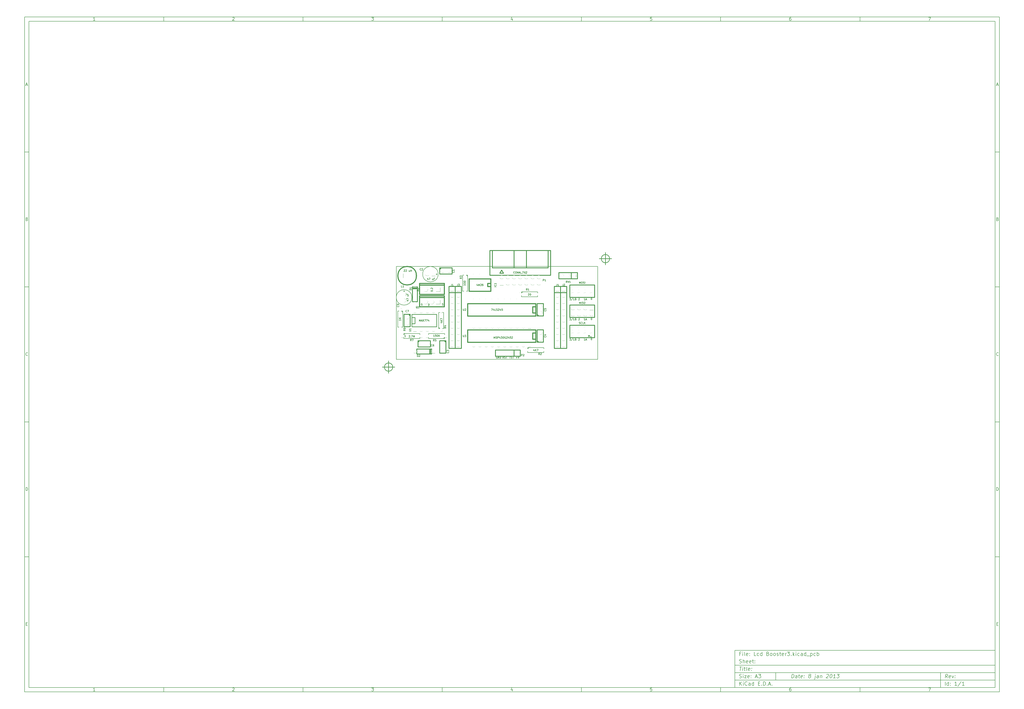
<source format=gto>
G04 (created by PCBNEW (2012-nov-02)-testing) date Mon 07 Jan 2013 06:01:39 PM PST*
%MOIN*%
G04 Gerber Fmt 3.4, Leading zero omitted, Abs format*
%FSLAX34Y34*%
G01*
G70*
G90*
G04 APERTURE LIST*
%ADD10C,0.006*%
%ADD11C,0.01*%
%ADD12C,0.0059*%
%ADD13C,0.012*%
%ADD14C,0.015*%
%ADD15C,0.005*%
%ADD16C,0.008*%
%ADD17C,0.00590551*%
%ADD18R,0.055X0.055*%
%ADD19C,0.055*%
%ADD20R,0.075X0.075*%
%ADD21C,0.075*%
%ADD22R,0.06X0.06*%
%ADD23C,0.06*%
%ADD24C,0.07*%
%ADD25R,0.07X0.07*%
G04 APERTURE END LIST*
G54D10*
X-60000Y55250D02*
X97350Y55250D01*
X97350Y-53680D01*
X-60000Y-53680D01*
X-60000Y55250D01*
X-59300Y54550D02*
X96650Y54550D01*
X96650Y-52980D01*
X-59300Y-52980D01*
X-59300Y54550D01*
X-37530Y55250D02*
X-37530Y54550D01*
X-48617Y54697D02*
X-48902Y54697D01*
X-48760Y54697D02*
X-48760Y55197D01*
X-48807Y55126D01*
X-48855Y55078D01*
X-48902Y55054D01*
X-37530Y-53680D02*
X-37530Y-52980D01*
X-48617Y-53532D02*
X-48902Y-53532D01*
X-48760Y-53532D02*
X-48760Y-53032D01*
X-48807Y-53103D01*
X-48855Y-53151D01*
X-48902Y-53175D01*
X-15060Y55250D02*
X-15060Y54550D01*
X-26432Y55150D02*
X-26409Y55173D01*
X-26361Y55197D01*
X-26242Y55197D01*
X-26194Y55173D01*
X-26170Y55150D01*
X-26147Y55102D01*
X-26147Y55054D01*
X-26170Y54983D01*
X-26456Y54697D01*
X-26147Y54697D01*
X-15060Y-53680D02*
X-15060Y-52980D01*
X-26432Y-53080D02*
X-26409Y-53056D01*
X-26361Y-53032D01*
X-26242Y-53032D01*
X-26194Y-53056D01*
X-26170Y-53080D01*
X-26147Y-53127D01*
X-26147Y-53175D01*
X-26170Y-53246D01*
X-26456Y-53532D01*
X-26147Y-53532D01*
X7410Y55250D02*
X7410Y54550D01*
X-3986Y55197D02*
X-3677Y55197D01*
X-3843Y55007D01*
X-3772Y55007D01*
X-3724Y54983D01*
X-3700Y54959D01*
X-3677Y54911D01*
X-3677Y54792D01*
X-3700Y54745D01*
X-3724Y54721D01*
X-3772Y54697D01*
X-3915Y54697D01*
X-3962Y54721D01*
X-3986Y54745D01*
X7410Y-53680D02*
X7410Y-52980D01*
X-3986Y-53032D02*
X-3677Y-53032D01*
X-3843Y-53222D01*
X-3772Y-53222D01*
X-3724Y-53246D01*
X-3700Y-53270D01*
X-3677Y-53318D01*
X-3677Y-53437D01*
X-3700Y-53484D01*
X-3724Y-53508D01*
X-3772Y-53532D01*
X-3915Y-53532D01*
X-3962Y-53508D01*
X-3986Y-53484D01*
X29880Y55250D02*
X29880Y54550D01*
X18745Y55030D02*
X18745Y54697D01*
X18626Y55221D02*
X18507Y54864D01*
X18816Y54864D01*
X29880Y-53680D02*
X29880Y-52980D01*
X18745Y-53199D02*
X18745Y-53532D01*
X18626Y-53008D02*
X18507Y-53365D01*
X18816Y-53365D01*
X52350Y55250D02*
X52350Y54550D01*
X41239Y55197D02*
X41000Y55197D01*
X40977Y54959D01*
X41000Y54983D01*
X41048Y55007D01*
X41167Y55007D01*
X41215Y54983D01*
X41239Y54959D01*
X41262Y54911D01*
X41262Y54792D01*
X41239Y54745D01*
X41215Y54721D01*
X41167Y54697D01*
X41048Y54697D01*
X41000Y54721D01*
X40977Y54745D01*
X52350Y-53680D02*
X52350Y-52980D01*
X41239Y-53032D02*
X41000Y-53032D01*
X40977Y-53270D01*
X41000Y-53246D01*
X41048Y-53222D01*
X41167Y-53222D01*
X41215Y-53246D01*
X41239Y-53270D01*
X41262Y-53318D01*
X41262Y-53437D01*
X41239Y-53484D01*
X41215Y-53508D01*
X41167Y-53532D01*
X41048Y-53532D01*
X41000Y-53508D01*
X40977Y-53484D01*
X74820Y55250D02*
X74820Y54550D01*
X63685Y55197D02*
X63590Y55197D01*
X63542Y55173D01*
X63518Y55150D01*
X63470Y55078D01*
X63447Y54983D01*
X63447Y54792D01*
X63470Y54745D01*
X63494Y54721D01*
X63542Y54697D01*
X63637Y54697D01*
X63685Y54721D01*
X63709Y54745D01*
X63732Y54792D01*
X63732Y54911D01*
X63709Y54959D01*
X63685Y54983D01*
X63637Y55007D01*
X63542Y55007D01*
X63494Y54983D01*
X63470Y54959D01*
X63447Y54911D01*
X74820Y-53680D02*
X74820Y-52980D01*
X63685Y-53032D02*
X63590Y-53032D01*
X63542Y-53056D01*
X63518Y-53080D01*
X63470Y-53151D01*
X63447Y-53246D01*
X63447Y-53437D01*
X63470Y-53484D01*
X63494Y-53508D01*
X63542Y-53532D01*
X63637Y-53532D01*
X63685Y-53508D01*
X63709Y-53484D01*
X63732Y-53437D01*
X63732Y-53318D01*
X63709Y-53270D01*
X63685Y-53246D01*
X63637Y-53222D01*
X63542Y-53222D01*
X63494Y-53246D01*
X63470Y-53270D01*
X63447Y-53318D01*
X85893Y55197D02*
X86226Y55197D01*
X86012Y54697D01*
X85893Y-53032D02*
X86226Y-53032D01*
X86012Y-53532D01*
X-60000Y33470D02*
X-59300Y33470D01*
X-59769Y44300D02*
X-59530Y44300D01*
X-59816Y44157D02*
X-59649Y44657D01*
X-59483Y44157D01*
X97350Y33470D02*
X96650Y33470D01*
X96880Y44300D02*
X97119Y44300D01*
X96833Y44157D02*
X97000Y44657D01*
X97166Y44157D01*
X-60000Y11690D02*
X-59300Y11690D01*
X-59614Y22639D02*
X-59542Y22615D01*
X-59519Y22591D01*
X-59495Y22544D01*
X-59495Y22472D01*
X-59519Y22425D01*
X-59542Y22401D01*
X-59590Y22377D01*
X-59780Y22377D01*
X-59780Y22877D01*
X-59614Y22877D01*
X-59566Y22853D01*
X-59542Y22830D01*
X-59519Y22782D01*
X-59519Y22734D01*
X-59542Y22687D01*
X-59566Y22663D01*
X-59614Y22639D01*
X-59780Y22639D01*
X97350Y11690D02*
X96650Y11690D01*
X97035Y22639D02*
X97107Y22615D01*
X97130Y22591D01*
X97154Y22544D01*
X97154Y22472D01*
X97130Y22425D01*
X97107Y22401D01*
X97059Y22377D01*
X96869Y22377D01*
X96869Y22877D01*
X97035Y22877D01*
X97083Y22853D01*
X97107Y22830D01*
X97130Y22782D01*
X97130Y22734D01*
X97107Y22687D01*
X97083Y22663D01*
X97035Y22639D01*
X96869Y22639D01*
X-60000Y-10090D02*
X-59300Y-10090D01*
X-59495Y645D02*
X-59519Y621D01*
X-59590Y597D01*
X-59638Y597D01*
X-59709Y621D01*
X-59757Y669D01*
X-59780Y716D01*
X-59804Y811D01*
X-59804Y883D01*
X-59780Y978D01*
X-59757Y1026D01*
X-59709Y1073D01*
X-59638Y1097D01*
X-59590Y1097D01*
X-59519Y1073D01*
X-59495Y1050D01*
X97350Y-10090D02*
X96650Y-10090D01*
X97154Y645D02*
X97130Y621D01*
X97059Y597D01*
X97011Y597D01*
X96940Y621D01*
X96892Y669D01*
X96869Y716D01*
X96845Y811D01*
X96845Y883D01*
X96869Y978D01*
X96892Y1026D01*
X96940Y1073D01*
X97011Y1097D01*
X97059Y1097D01*
X97130Y1073D01*
X97154Y1050D01*
X-60000Y-31870D02*
X-59300Y-31870D01*
X-59780Y-21182D02*
X-59780Y-20682D01*
X-59661Y-20682D01*
X-59590Y-20706D01*
X-59542Y-20753D01*
X-59519Y-20801D01*
X-59495Y-20896D01*
X-59495Y-20968D01*
X-59519Y-21063D01*
X-59542Y-21110D01*
X-59590Y-21158D01*
X-59661Y-21182D01*
X-59780Y-21182D01*
X97350Y-31870D02*
X96650Y-31870D01*
X96869Y-21182D02*
X96869Y-20682D01*
X96988Y-20682D01*
X97059Y-20706D01*
X97107Y-20753D01*
X97130Y-20801D01*
X97154Y-20896D01*
X97154Y-20968D01*
X97130Y-21063D01*
X97107Y-21110D01*
X97059Y-21158D01*
X96988Y-21182D01*
X96869Y-21182D01*
X-59757Y-42700D02*
X-59590Y-42700D01*
X-59519Y-42962D02*
X-59757Y-42962D01*
X-59757Y-42462D01*
X-59519Y-42462D01*
X96892Y-42700D02*
X97059Y-42700D01*
X97130Y-42962D02*
X96892Y-42962D01*
X96892Y-42462D01*
X97130Y-42462D01*
X63800Y-51422D02*
X63875Y-50822D01*
X64017Y-50822D01*
X64100Y-50851D01*
X64150Y-50908D01*
X64171Y-50965D01*
X64185Y-51080D01*
X64175Y-51165D01*
X64132Y-51280D01*
X64096Y-51337D01*
X64032Y-51394D01*
X63942Y-51422D01*
X63800Y-51422D01*
X64657Y-51422D02*
X64696Y-51108D01*
X64675Y-51051D01*
X64621Y-51022D01*
X64507Y-51022D01*
X64446Y-51051D01*
X64660Y-51394D02*
X64600Y-51422D01*
X64457Y-51422D01*
X64403Y-51394D01*
X64382Y-51337D01*
X64389Y-51280D01*
X64425Y-51222D01*
X64485Y-51194D01*
X64628Y-51194D01*
X64689Y-51165D01*
X64907Y-51022D02*
X65135Y-51022D01*
X65017Y-50822D02*
X64953Y-51337D01*
X64975Y-51394D01*
X65028Y-51422D01*
X65085Y-51422D01*
X65517Y-51394D02*
X65457Y-51422D01*
X65342Y-51422D01*
X65289Y-51394D01*
X65267Y-51337D01*
X65296Y-51108D01*
X65332Y-51051D01*
X65392Y-51022D01*
X65507Y-51022D01*
X65560Y-51051D01*
X65582Y-51108D01*
X65575Y-51165D01*
X65282Y-51222D01*
X65807Y-51365D02*
X65832Y-51394D01*
X65800Y-51422D01*
X65775Y-51394D01*
X65807Y-51365D01*
X65800Y-51422D01*
X65846Y-51051D02*
X65871Y-51080D01*
X65839Y-51108D01*
X65814Y-51080D01*
X65846Y-51051D01*
X65839Y-51108D01*
X66671Y-51080D02*
X66617Y-51051D01*
X66592Y-51022D01*
X66571Y-50965D01*
X66575Y-50937D01*
X66610Y-50880D01*
X66642Y-50851D01*
X66703Y-50822D01*
X66817Y-50822D01*
X66871Y-50851D01*
X66896Y-50880D01*
X66917Y-50937D01*
X66914Y-50965D01*
X66878Y-51022D01*
X66846Y-51051D01*
X66785Y-51080D01*
X66671Y-51080D01*
X66610Y-51108D01*
X66578Y-51137D01*
X66542Y-51194D01*
X66528Y-51308D01*
X66550Y-51365D01*
X66575Y-51394D01*
X66628Y-51422D01*
X66742Y-51422D01*
X66803Y-51394D01*
X66835Y-51365D01*
X66871Y-51308D01*
X66885Y-51194D01*
X66864Y-51137D01*
X66839Y-51108D01*
X66785Y-51080D01*
X67621Y-51022D02*
X67557Y-51537D01*
X67521Y-51594D01*
X67460Y-51622D01*
X67432Y-51622D01*
X67646Y-50822D02*
X67614Y-50851D01*
X67639Y-50880D01*
X67671Y-50851D01*
X67646Y-50822D01*
X67639Y-50880D01*
X68114Y-51422D02*
X68153Y-51108D01*
X68132Y-51051D01*
X68078Y-51022D01*
X67964Y-51022D01*
X67903Y-51051D01*
X68117Y-51394D02*
X68057Y-51422D01*
X67914Y-51422D01*
X67860Y-51394D01*
X67839Y-51337D01*
X67846Y-51280D01*
X67882Y-51222D01*
X67942Y-51194D01*
X68085Y-51194D01*
X68146Y-51165D01*
X68450Y-51022D02*
X68400Y-51422D01*
X68442Y-51080D02*
X68475Y-51051D01*
X68535Y-51022D01*
X68621Y-51022D01*
X68675Y-51051D01*
X68696Y-51108D01*
X68657Y-51422D01*
X69439Y-50880D02*
X69471Y-50851D01*
X69532Y-50822D01*
X69675Y-50822D01*
X69728Y-50851D01*
X69753Y-50880D01*
X69775Y-50937D01*
X69767Y-50994D01*
X69728Y-51080D01*
X69342Y-51422D01*
X69714Y-51422D01*
X70160Y-50822D02*
X70217Y-50822D01*
X70271Y-50851D01*
X70296Y-50880D01*
X70317Y-50937D01*
X70332Y-51051D01*
X70314Y-51194D01*
X70271Y-51308D01*
X70235Y-51365D01*
X70203Y-51394D01*
X70142Y-51422D01*
X70085Y-51422D01*
X70032Y-51394D01*
X70007Y-51365D01*
X69985Y-51308D01*
X69971Y-51194D01*
X69989Y-51051D01*
X70032Y-50937D01*
X70067Y-50880D01*
X70100Y-50851D01*
X70160Y-50822D01*
X70857Y-51422D02*
X70514Y-51422D01*
X70685Y-51422D02*
X70760Y-50822D01*
X70692Y-50908D01*
X70628Y-50965D01*
X70567Y-50994D01*
X71132Y-50822D02*
X71503Y-50822D01*
X71275Y-51051D01*
X71360Y-51051D01*
X71414Y-51080D01*
X71439Y-51108D01*
X71460Y-51165D01*
X71442Y-51308D01*
X71407Y-51365D01*
X71375Y-51394D01*
X71314Y-51422D01*
X71142Y-51422D01*
X71089Y-51394D01*
X71064Y-51365D01*
X55392Y-52622D02*
X55392Y-52022D01*
X55735Y-52622D02*
X55478Y-52280D01*
X55735Y-52022D02*
X55392Y-52365D01*
X55992Y-52622D02*
X55992Y-52222D01*
X55992Y-52022D02*
X55964Y-52051D01*
X55992Y-52080D01*
X56021Y-52051D01*
X55992Y-52022D01*
X55992Y-52080D01*
X56621Y-52565D02*
X56592Y-52594D01*
X56507Y-52622D01*
X56450Y-52622D01*
X56364Y-52594D01*
X56307Y-52537D01*
X56278Y-52480D01*
X56250Y-52365D01*
X56250Y-52280D01*
X56278Y-52165D01*
X56307Y-52108D01*
X56364Y-52051D01*
X56450Y-52022D01*
X56507Y-52022D01*
X56592Y-52051D01*
X56621Y-52080D01*
X57135Y-52622D02*
X57135Y-52308D01*
X57107Y-52251D01*
X57050Y-52222D01*
X56935Y-52222D01*
X56878Y-52251D01*
X57135Y-52594D02*
X57078Y-52622D01*
X56935Y-52622D01*
X56878Y-52594D01*
X56850Y-52537D01*
X56850Y-52480D01*
X56878Y-52422D01*
X56935Y-52394D01*
X57078Y-52394D01*
X57135Y-52365D01*
X57678Y-52622D02*
X57678Y-52022D01*
X57678Y-52594D02*
X57621Y-52622D01*
X57507Y-52622D01*
X57450Y-52594D01*
X57421Y-52565D01*
X57392Y-52508D01*
X57392Y-52337D01*
X57421Y-52280D01*
X57450Y-52251D01*
X57507Y-52222D01*
X57621Y-52222D01*
X57678Y-52251D01*
X58421Y-52308D02*
X58621Y-52308D01*
X58707Y-52622D02*
X58421Y-52622D01*
X58421Y-52022D01*
X58707Y-52022D01*
X58964Y-52565D02*
X58992Y-52594D01*
X58964Y-52622D01*
X58935Y-52594D01*
X58964Y-52565D01*
X58964Y-52622D01*
X59249Y-52622D02*
X59249Y-52022D01*
X59392Y-52022D01*
X59478Y-52051D01*
X59535Y-52108D01*
X59564Y-52165D01*
X59592Y-52280D01*
X59592Y-52365D01*
X59564Y-52480D01*
X59535Y-52537D01*
X59478Y-52594D01*
X59392Y-52622D01*
X59249Y-52622D01*
X59849Y-52565D02*
X59878Y-52594D01*
X59849Y-52622D01*
X59821Y-52594D01*
X59849Y-52565D01*
X59849Y-52622D01*
X60107Y-52451D02*
X60392Y-52451D01*
X60049Y-52622D02*
X60249Y-52022D01*
X60449Y-52622D01*
X60649Y-52565D02*
X60678Y-52594D01*
X60649Y-52622D01*
X60621Y-52594D01*
X60649Y-52565D01*
X60649Y-52622D01*
X88942Y-51422D02*
X88778Y-51137D01*
X88600Y-51422D02*
X88675Y-50822D01*
X88903Y-50822D01*
X88957Y-50851D01*
X88982Y-50880D01*
X89003Y-50937D01*
X88992Y-51022D01*
X88957Y-51080D01*
X88925Y-51108D01*
X88864Y-51137D01*
X88635Y-51137D01*
X89432Y-51394D02*
X89371Y-51422D01*
X89257Y-51422D01*
X89203Y-51394D01*
X89182Y-51337D01*
X89210Y-51108D01*
X89246Y-51051D01*
X89307Y-51022D01*
X89421Y-51022D01*
X89475Y-51051D01*
X89496Y-51108D01*
X89489Y-51165D01*
X89196Y-51222D01*
X89707Y-51022D02*
X89800Y-51422D01*
X89992Y-51022D01*
X90178Y-51365D02*
X90203Y-51394D01*
X90171Y-51422D01*
X90146Y-51394D01*
X90178Y-51365D01*
X90171Y-51422D01*
X90217Y-51051D02*
X90242Y-51080D01*
X90210Y-51108D01*
X90185Y-51080D01*
X90217Y-51051D01*
X90210Y-51108D01*
X55364Y-51394D02*
X55450Y-51422D01*
X55592Y-51422D01*
X55650Y-51394D01*
X55678Y-51365D01*
X55707Y-51308D01*
X55707Y-51251D01*
X55678Y-51194D01*
X55650Y-51165D01*
X55592Y-51137D01*
X55478Y-51108D01*
X55421Y-51080D01*
X55392Y-51051D01*
X55364Y-50994D01*
X55364Y-50937D01*
X55392Y-50880D01*
X55421Y-50851D01*
X55478Y-50822D01*
X55621Y-50822D01*
X55707Y-50851D01*
X55964Y-51422D02*
X55964Y-51022D01*
X55964Y-50822D02*
X55935Y-50851D01*
X55964Y-50880D01*
X55992Y-50851D01*
X55964Y-50822D01*
X55964Y-50880D01*
X56192Y-51022D02*
X56507Y-51022D01*
X56192Y-51422D01*
X56507Y-51422D01*
X56964Y-51394D02*
X56907Y-51422D01*
X56792Y-51422D01*
X56735Y-51394D01*
X56707Y-51337D01*
X56707Y-51108D01*
X56735Y-51051D01*
X56792Y-51022D01*
X56907Y-51022D01*
X56964Y-51051D01*
X56992Y-51108D01*
X56992Y-51165D01*
X56707Y-51222D01*
X57250Y-51365D02*
X57278Y-51394D01*
X57250Y-51422D01*
X57221Y-51394D01*
X57250Y-51365D01*
X57250Y-51422D01*
X57250Y-51051D02*
X57278Y-51080D01*
X57250Y-51108D01*
X57221Y-51080D01*
X57250Y-51051D01*
X57250Y-51108D01*
X57964Y-51251D02*
X58250Y-51251D01*
X57907Y-51422D02*
X58107Y-50822D01*
X58307Y-51422D01*
X58450Y-50822D02*
X58821Y-50822D01*
X58621Y-51051D01*
X58707Y-51051D01*
X58764Y-51080D01*
X58792Y-51108D01*
X58821Y-51165D01*
X58821Y-51308D01*
X58792Y-51365D01*
X58764Y-51394D01*
X58707Y-51422D01*
X58535Y-51422D01*
X58478Y-51394D01*
X58450Y-51365D01*
X88592Y-52622D02*
X88592Y-52022D01*
X89135Y-52622D02*
X89135Y-52022D01*
X89135Y-52594D02*
X89078Y-52622D01*
X88964Y-52622D01*
X88907Y-52594D01*
X88878Y-52565D01*
X88850Y-52508D01*
X88850Y-52337D01*
X88878Y-52280D01*
X88907Y-52251D01*
X88964Y-52222D01*
X89078Y-52222D01*
X89135Y-52251D01*
X89421Y-52565D02*
X89450Y-52594D01*
X89421Y-52622D01*
X89392Y-52594D01*
X89421Y-52565D01*
X89421Y-52622D01*
X89421Y-52251D02*
X89450Y-52280D01*
X89421Y-52308D01*
X89392Y-52280D01*
X89421Y-52251D01*
X89421Y-52308D01*
X90478Y-52622D02*
X90135Y-52622D01*
X90307Y-52622D02*
X90307Y-52022D01*
X90249Y-52108D01*
X90192Y-52165D01*
X90135Y-52194D01*
X91164Y-51994D02*
X90650Y-52765D01*
X91678Y-52622D02*
X91335Y-52622D01*
X91507Y-52622D02*
X91507Y-52022D01*
X91449Y-52108D01*
X91392Y-52165D01*
X91335Y-52194D01*
X55389Y-49622D02*
X55732Y-49622D01*
X55485Y-50222D02*
X55560Y-49622D01*
X55857Y-50222D02*
X55907Y-49822D01*
X55932Y-49622D02*
X55900Y-49651D01*
X55925Y-49680D01*
X55957Y-49651D01*
X55932Y-49622D01*
X55925Y-49680D01*
X56107Y-49822D02*
X56335Y-49822D01*
X56217Y-49622D02*
X56153Y-50137D01*
X56175Y-50194D01*
X56228Y-50222D01*
X56285Y-50222D01*
X56571Y-50222D02*
X56517Y-50194D01*
X56496Y-50137D01*
X56560Y-49622D01*
X57032Y-50194D02*
X56971Y-50222D01*
X56857Y-50222D01*
X56803Y-50194D01*
X56782Y-50137D01*
X56810Y-49908D01*
X56846Y-49851D01*
X56907Y-49822D01*
X57021Y-49822D01*
X57075Y-49851D01*
X57096Y-49908D01*
X57089Y-49965D01*
X56796Y-50022D01*
X57321Y-50165D02*
X57346Y-50194D01*
X57314Y-50222D01*
X57289Y-50194D01*
X57321Y-50165D01*
X57314Y-50222D01*
X57360Y-49851D02*
X57385Y-49880D01*
X57353Y-49908D01*
X57328Y-49880D01*
X57360Y-49851D01*
X57353Y-49908D01*
X55592Y-47508D02*
X55392Y-47508D01*
X55392Y-47822D02*
X55392Y-47222D01*
X55678Y-47222D01*
X55907Y-47822D02*
X55907Y-47422D01*
X55907Y-47222D02*
X55878Y-47251D01*
X55907Y-47280D01*
X55935Y-47251D01*
X55907Y-47222D01*
X55907Y-47280D01*
X56278Y-47822D02*
X56221Y-47794D01*
X56192Y-47737D01*
X56192Y-47222D01*
X56735Y-47794D02*
X56678Y-47822D01*
X56564Y-47822D01*
X56507Y-47794D01*
X56478Y-47737D01*
X56478Y-47508D01*
X56507Y-47451D01*
X56564Y-47422D01*
X56678Y-47422D01*
X56735Y-47451D01*
X56764Y-47508D01*
X56764Y-47565D01*
X56478Y-47622D01*
X57021Y-47765D02*
X57050Y-47794D01*
X57021Y-47822D01*
X56992Y-47794D01*
X57021Y-47765D01*
X57021Y-47822D01*
X57021Y-47451D02*
X57050Y-47480D01*
X57021Y-47508D01*
X56992Y-47480D01*
X57021Y-47451D01*
X57021Y-47508D01*
X58050Y-47822D02*
X57764Y-47822D01*
X57764Y-47222D01*
X58507Y-47794D02*
X58450Y-47822D01*
X58335Y-47822D01*
X58278Y-47794D01*
X58250Y-47765D01*
X58221Y-47708D01*
X58221Y-47537D01*
X58250Y-47480D01*
X58278Y-47451D01*
X58335Y-47422D01*
X58450Y-47422D01*
X58507Y-47451D01*
X59021Y-47822D02*
X59021Y-47222D01*
X59021Y-47794D02*
X58964Y-47822D01*
X58850Y-47822D01*
X58792Y-47794D01*
X58764Y-47765D01*
X58735Y-47708D01*
X58735Y-47537D01*
X58764Y-47480D01*
X58792Y-47451D01*
X58850Y-47422D01*
X58964Y-47422D01*
X59021Y-47451D01*
X59964Y-47508D02*
X60050Y-47537D01*
X60078Y-47565D01*
X60107Y-47622D01*
X60107Y-47708D01*
X60078Y-47765D01*
X60050Y-47794D01*
X59992Y-47822D01*
X59764Y-47822D01*
X59764Y-47222D01*
X59964Y-47222D01*
X60021Y-47251D01*
X60050Y-47280D01*
X60078Y-47337D01*
X60078Y-47394D01*
X60050Y-47451D01*
X60021Y-47480D01*
X59964Y-47508D01*
X59764Y-47508D01*
X60450Y-47822D02*
X60392Y-47794D01*
X60364Y-47765D01*
X60335Y-47708D01*
X60335Y-47537D01*
X60364Y-47480D01*
X60392Y-47451D01*
X60450Y-47422D01*
X60535Y-47422D01*
X60592Y-47451D01*
X60621Y-47480D01*
X60650Y-47537D01*
X60650Y-47708D01*
X60621Y-47765D01*
X60592Y-47794D01*
X60535Y-47822D01*
X60450Y-47822D01*
X60992Y-47822D02*
X60935Y-47794D01*
X60907Y-47765D01*
X60878Y-47708D01*
X60878Y-47537D01*
X60907Y-47480D01*
X60935Y-47451D01*
X60992Y-47422D01*
X61078Y-47422D01*
X61135Y-47451D01*
X61164Y-47480D01*
X61192Y-47537D01*
X61192Y-47708D01*
X61164Y-47765D01*
X61135Y-47794D01*
X61078Y-47822D01*
X60992Y-47822D01*
X61421Y-47794D02*
X61478Y-47822D01*
X61592Y-47822D01*
X61650Y-47794D01*
X61678Y-47737D01*
X61678Y-47708D01*
X61650Y-47651D01*
X61592Y-47622D01*
X61507Y-47622D01*
X61450Y-47594D01*
X61421Y-47537D01*
X61421Y-47508D01*
X61450Y-47451D01*
X61507Y-47422D01*
X61592Y-47422D01*
X61650Y-47451D01*
X61850Y-47422D02*
X62078Y-47422D01*
X61935Y-47222D02*
X61935Y-47737D01*
X61964Y-47794D01*
X62021Y-47822D01*
X62078Y-47822D01*
X62507Y-47794D02*
X62450Y-47822D01*
X62335Y-47822D01*
X62278Y-47794D01*
X62250Y-47737D01*
X62250Y-47508D01*
X62278Y-47451D01*
X62335Y-47422D01*
X62450Y-47422D01*
X62507Y-47451D01*
X62535Y-47508D01*
X62535Y-47565D01*
X62250Y-47622D01*
X62792Y-47822D02*
X62792Y-47422D01*
X62792Y-47537D02*
X62821Y-47480D01*
X62850Y-47451D01*
X62907Y-47422D01*
X62964Y-47422D01*
X63107Y-47222D02*
X63478Y-47222D01*
X63278Y-47451D01*
X63364Y-47451D01*
X63421Y-47480D01*
X63450Y-47508D01*
X63478Y-47565D01*
X63478Y-47708D01*
X63450Y-47765D01*
X63421Y-47794D01*
X63364Y-47822D01*
X63192Y-47822D01*
X63135Y-47794D01*
X63107Y-47765D01*
X63735Y-47765D02*
X63764Y-47794D01*
X63735Y-47822D01*
X63707Y-47794D01*
X63735Y-47765D01*
X63735Y-47822D01*
X64021Y-47822D02*
X64021Y-47222D01*
X64078Y-47594D02*
X64250Y-47822D01*
X64250Y-47422D02*
X64021Y-47651D01*
X64507Y-47822D02*
X64507Y-47422D01*
X64507Y-47222D02*
X64478Y-47251D01*
X64507Y-47280D01*
X64535Y-47251D01*
X64507Y-47222D01*
X64507Y-47280D01*
X65050Y-47794D02*
X64992Y-47822D01*
X64878Y-47822D01*
X64821Y-47794D01*
X64792Y-47765D01*
X64764Y-47708D01*
X64764Y-47537D01*
X64792Y-47480D01*
X64821Y-47451D01*
X64878Y-47422D01*
X64992Y-47422D01*
X65050Y-47451D01*
X65564Y-47822D02*
X65564Y-47508D01*
X65535Y-47451D01*
X65478Y-47422D01*
X65364Y-47422D01*
X65307Y-47451D01*
X65564Y-47794D02*
X65507Y-47822D01*
X65364Y-47822D01*
X65307Y-47794D01*
X65278Y-47737D01*
X65278Y-47680D01*
X65307Y-47622D01*
X65364Y-47594D01*
X65507Y-47594D01*
X65564Y-47565D01*
X66107Y-47822D02*
X66107Y-47222D01*
X66107Y-47794D02*
X66050Y-47822D01*
X65935Y-47822D01*
X65878Y-47794D01*
X65850Y-47765D01*
X65821Y-47708D01*
X65821Y-47537D01*
X65850Y-47480D01*
X65878Y-47451D01*
X65935Y-47422D01*
X66050Y-47422D01*
X66107Y-47451D01*
X66250Y-47880D02*
X66707Y-47880D01*
X66850Y-47422D02*
X66850Y-48022D01*
X66850Y-47451D02*
X66907Y-47422D01*
X67021Y-47422D01*
X67078Y-47451D01*
X67107Y-47480D01*
X67135Y-47537D01*
X67135Y-47708D01*
X67107Y-47765D01*
X67078Y-47794D01*
X67021Y-47822D01*
X66907Y-47822D01*
X66850Y-47794D01*
X67650Y-47794D02*
X67592Y-47822D01*
X67478Y-47822D01*
X67421Y-47794D01*
X67392Y-47765D01*
X67364Y-47708D01*
X67364Y-47537D01*
X67392Y-47480D01*
X67421Y-47451D01*
X67478Y-47422D01*
X67592Y-47422D01*
X67650Y-47451D01*
X67907Y-47822D02*
X67907Y-47222D01*
X67907Y-47451D02*
X67964Y-47422D01*
X68078Y-47422D01*
X68135Y-47451D01*
X68164Y-47480D01*
X68192Y-47537D01*
X68192Y-47708D01*
X68164Y-47765D01*
X68135Y-47794D01*
X68078Y-47822D01*
X67964Y-47822D01*
X67907Y-47794D01*
X55364Y-48994D02*
X55450Y-49022D01*
X55592Y-49022D01*
X55650Y-48994D01*
X55678Y-48965D01*
X55707Y-48908D01*
X55707Y-48851D01*
X55678Y-48794D01*
X55650Y-48765D01*
X55592Y-48737D01*
X55478Y-48708D01*
X55421Y-48680D01*
X55392Y-48651D01*
X55364Y-48594D01*
X55364Y-48537D01*
X55392Y-48480D01*
X55421Y-48451D01*
X55478Y-48422D01*
X55621Y-48422D01*
X55707Y-48451D01*
X55964Y-49022D02*
X55964Y-48422D01*
X56221Y-49022D02*
X56221Y-48708D01*
X56192Y-48651D01*
X56135Y-48622D01*
X56050Y-48622D01*
X55992Y-48651D01*
X55964Y-48680D01*
X56735Y-48994D02*
X56678Y-49022D01*
X56564Y-49022D01*
X56507Y-48994D01*
X56478Y-48937D01*
X56478Y-48708D01*
X56507Y-48651D01*
X56564Y-48622D01*
X56678Y-48622D01*
X56735Y-48651D01*
X56764Y-48708D01*
X56764Y-48765D01*
X56478Y-48822D01*
X57250Y-48994D02*
X57192Y-49022D01*
X57078Y-49022D01*
X57021Y-48994D01*
X56992Y-48937D01*
X56992Y-48708D01*
X57021Y-48651D01*
X57078Y-48622D01*
X57192Y-48622D01*
X57250Y-48651D01*
X57278Y-48708D01*
X57278Y-48765D01*
X56992Y-48822D01*
X57450Y-48622D02*
X57678Y-48622D01*
X57535Y-48422D02*
X57535Y-48937D01*
X57564Y-48994D01*
X57621Y-49022D01*
X57678Y-49022D01*
X57878Y-48965D02*
X57907Y-48994D01*
X57878Y-49022D01*
X57850Y-48994D01*
X57878Y-48965D01*
X57878Y-49022D01*
X57878Y-48651D02*
X57907Y-48680D01*
X57878Y-48708D01*
X57850Y-48680D01*
X57878Y-48651D01*
X57878Y-48708D01*
X54650Y-46980D02*
X54650Y-52980D01*
X54650Y-46980D02*
X96650Y-46980D01*
X54650Y-46980D02*
X96650Y-46980D01*
X54650Y-49380D02*
X96650Y-49380D01*
X87850Y-50580D02*
X87850Y-52980D01*
X54650Y-51780D02*
X96650Y-51780D01*
X54650Y-50580D02*
X96650Y-50580D01*
X61250Y-50580D02*
X61250Y-51780D01*
G54D11*
X34416Y16250D02*
G75*
G03X34416Y16250I-666J0D01*
G74*
G01*
X32750Y16250D02*
X34750Y16250D01*
X33750Y17250D02*
X33750Y15250D01*
X-583Y-1250D02*
G75*
G03X-583Y-1250I-666J0D01*
G74*
G01*
X-2250Y-1250D02*
X-250Y-1250D01*
X-1250Y-250D02*
X-1250Y-2250D01*
G54D12*
X32500Y0D02*
X0Y0D01*
X0Y0D02*
X0Y15000D01*
X32500Y15000D02*
X32500Y0D01*
X0Y15000D02*
X32500Y15000D01*
G54D13*
X26500Y11750D02*
X27500Y11750D01*
X27500Y11750D02*
X27500Y1750D01*
X27500Y1750D02*
X26500Y1750D01*
X26500Y1750D02*
X26500Y11750D01*
X26500Y10750D02*
X27500Y10750D01*
X25500Y11750D02*
X26500Y11750D01*
X26500Y11750D02*
X26500Y1750D01*
X26500Y1750D02*
X25500Y1750D01*
X25500Y1750D02*
X25500Y11750D01*
X25500Y10750D02*
X26500Y10750D01*
X9500Y11750D02*
X10500Y11750D01*
X10500Y11750D02*
X10500Y1750D01*
X10500Y1750D02*
X9500Y1750D01*
X9500Y1750D02*
X9500Y11750D01*
X9500Y10750D02*
X10500Y10750D01*
X8500Y11750D02*
X9500Y11750D01*
X9500Y11750D02*
X9500Y1750D01*
X9500Y1750D02*
X8500Y1750D01*
X8500Y1750D02*
X8500Y11750D01*
X8500Y10750D02*
X9500Y10750D01*
X29250Y14000D02*
X29250Y13000D01*
X29250Y13000D02*
X26250Y13000D01*
X26250Y13000D02*
X26250Y14000D01*
X26250Y14000D02*
X29250Y14000D01*
X28250Y13000D02*
X28250Y14000D01*
G54D14*
X3250Y13500D02*
G75*
G03X3250Y13500I-1500J0D01*
G74*
G01*
G54D11*
X2500Y6750D02*
X3000Y6750D01*
X3000Y6750D02*
X3000Y5750D01*
X3000Y5750D02*
X2500Y5750D01*
X2500Y7250D02*
X6500Y7250D01*
X6500Y7250D02*
X6500Y5250D01*
X6500Y5250D02*
X2500Y5250D01*
X2500Y5250D02*
X2500Y7250D01*
G54D14*
X22500Y3250D02*
X22000Y3250D01*
X22000Y3250D02*
X22000Y4250D01*
X22000Y4250D02*
X22500Y4250D01*
X22500Y2750D02*
X11500Y2750D01*
X11500Y2750D02*
X11500Y4750D01*
X11500Y4750D02*
X22500Y4750D01*
X22500Y4750D02*
X22500Y2750D01*
X22500Y7500D02*
X22000Y7500D01*
X22000Y7500D02*
X22000Y8500D01*
X22000Y8500D02*
X22500Y8500D01*
X22500Y7000D02*
X11500Y7000D01*
X11500Y7000D02*
X11500Y9000D01*
X11500Y9000D02*
X22500Y9000D01*
X22500Y9000D02*
X22500Y7000D01*
G54D13*
X3000Y12000D02*
X3000Y11700D01*
X3000Y11700D02*
X2600Y11700D01*
X2600Y11700D02*
X2600Y9300D01*
X2600Y9300D02*
X3000Y9300D01*
X3000Y9300D02*
X3000Y9000D01*
X3000Y9300D02*
X3400Y9300D01*
X3400Y9300D02*
X3400Y11700D01*
X3400Y11700D02*
X3000Y11700D01*
X2600Y11500D02*
X3400Y11500D01*
X3400Y11400D02*
X2600Y11400D01*
G54D14*
X15250Y11000D02*
X11750Y11000D01*
X11750Y11000D02*
X11750Y13000D01*
X11750Y13000D02*
X15250Y13000D01*
X15250Y13000D02*
X15250Y11000D01*
X15250Y11750D02*
X14750Y11750D01*
X14750Y11750D02*
X14750Y12250D01*
X14750Y12250D02*
X15250Y12250D01*
G54D15*
X2500Y10000D02*
G75*
G03X2500Y10000I-1250J0D01*
G74*
G01*
G54D13*
X3520Y3000D02*
X5500Y3000D01*
X5500Y3000D02*
X5500Y2000D01*
X5500Y2000D02*
X3500Y2000D01*
X3500Y2000D02*
X3500Y3000D01*
X3500Y2750D02*
X3750Y3000D01*
X6000Y1250D02*
X5700Y1250D01*
X5700Y1250D02*
X5700Y1650D01*
X5700Y1650D02*
X3300Y1650D01*
X3300Y1650D02*
X3300Y1250D01*
X3300Y1250D02*
X3000Y1250D01*
X3300Y1250D02*
X3300Y850D01*
X3300Y850D02*
X5700Y850D01*
X5700Y850D02*
X5700Y1250D01*
X5500Y1650D02*
X5500Y850D01*
X5400Y850D02*
X5400Y1650D01*
X2250Y7230D02*
X2250Y5250D01*
X2250Y5250D02*
X1250Y5250D01*
X1250Y5250D02*
X1250Y7250D01*
X1250Y7250D02*
X2250Y7250D01*
X2000Y7250D02*
X2250Y7000D01*
G54D14*
X3750Y12000D02*
X3750Y12250D01*
X3750Y12250D02*
X7750Y12250D01*
X7750Y12250D02*
X7750Y12000D01*
X3750Y10500D02*
X3750Y12000D01*
X3750Y12000D02*
X7750Y12000D01*
X7750Y12000D02*
X7750Y10500D01*
X7750Y10500D02*
X3750Y10500D01*
G54D13*
X8000Y2980D02*
X8000Y1000D01*
X8000Y1000D02*
X7000Y1000D01*
X7000Y1000D02*
X7000Y3000D01*
X7000Y3000D02*
X8000Y3000D01*
X7750Y3000D02*
X8000Y2750D01*
X7020Y14750D02*
X9000Y14750D01*
X9000Y14750D02*
X9000Y13750D01*
X9000Y13750D02*
X7000Y13750D01*
X7000Y13750D02*
X7000Y14750D01*
X7000Y14500D02*
X7250Y14750D01*
X22750Y2770D02*
X22750Y4750D01*
X22750Y4750D02*
X23750Y4750D01*
X23750Y4750D02*
X23750Y2750D01*
X23750Y2750D02*
X22750Y2750D01*
X23000Y2750D02*
X22750Y3000D01*
X22750Y7020D02*
X22750Y9000D01*
X22750Y9000D02*
X23750Y9000D01*
X23750Y9000D02*
X23750Y7000D01*
X23750Y7000D02*
X22750Y7000D01*
X23000Y7000D02*
X22750Y7250D01*
X15100Y13550D02*
X24900Y13550D01*
X24900Y17550D02*
X24900Y13550D01*
X24900Y17550D02*
X15100Y17550D01*
X19000Y14750D02*
X19000Y17550D01*
X15500Y14750D02*
X15500Y17550D01*
X15500Y14750D02*
X24500Y14750D01*
X24500Y17550D02*
X24500Y14750D01*
X21000Y17550D02*
X21000Y14750D01*
X15100Y13600D02*
X15100Y17550D01*
X17000Y14400D02*
X16700Y13900D01*
X16700Y13900D02*
X17300Y13900D01*
X17300Y13900D02*
X17000Y14400D01*
G54D15*
X6750Y13750D02*
G75*
G03X6750Y13750I-1250J0D01*
G74*
G01*
G54D13*
X32000Y6750D02*
X28000Y6750D01*
X28000Y6750D02*
X28000Y8750D01*
X28000Y8750D02*
X32000Y8750D01*
X32000Y8750D02*
X32000Y6750D01*
X32000Y10000D02*
X28000Y10000D01*
X28000Y10000D02*
X28000Y12000D01*
X28000Y12000D02*
X32000Y12000D01*
X32000Y12000D02*
X32000Y10000D01*
X32000Y3500D02*
X28000Y3500D01*
X28000Y3500D02*
X28000Y5500D01*
X28000Y5500D02*
X32000Y5500D01*
X32000Y5500D02*
X32000Y3500D01*
G54D16*
X650Y8000D02*
X650Y7800D01*
X650Y5000D02*
X650Y5200D01*
X650Y5200D02*
X1050Y5200D01*
X1050Y5200D02*
X1050Y7800D01*
X1050Y7800D02*
X250Y7800D01*
X250Y7800D02*
X250Y5200D01*
X250Y5200D02*
X650Y5200D01*
X850Y7800D02*
X1050Y7600D01*
X20000Y10500D02*
X20200Y10500D01*
X23000Y10500D02*
X22800Y10500D01*
X22800Y10500D02*
X22800Y10900D01*
X22800Y10900D02*
X20200Y10900D01*
X20200Y10900D02*
X20200Y10100D01*
X20200Y10100D02*
X22800Y10100D01*
X22800Y10100D02*
X22800Y10500D01*
X20200Y10700D02*
X20400Y10900D01*
X21000Y1500D02*
X21200Y1500D01*
X24000Y1500D02*
X23800Y1500D01*
X23800Y1500D02*
X23800Y1900D01*
X23800Y1900D02*
X21200Y1900D01*
X21200Y1900D02*
X21200Y1100D01*
X21200Y1100D02*
X23800Y1100D01*
X23800Y1100D02*
X23800Y1500D01*
X21200Y1700D02*
X21400Y1900D01*
X11100Y13800D02*
X11100Y13600D01*
X11100Y10800D02*
X11100Y11000D01*
X11100Y11000D02*
X11500Y11000D01*
X11500Y11000D02*
X11500Y13600D01*
X11500Y13600D02*
X10700Y13600D01*
X10700Y13600D02*
X10700Y11000D01*
X10700Y11000D02*
X11100Y11000D01*
X11300Y13600D02*
X11500Y13400D01*
X1000Y3750D02*
X1200Y3750D01*
X4000Y3750D02*
X3800Y3750D01*
X3800Y3750D02*
X3800Y4150D01*
X3800Y4150D02*
X1200Y4150D01*
X1200Y4150D02*
X1200Y3350D01*
X1200Y3350D02*
X3800Y3350D01*
X3800Y3350D02*
X3800Y3750D01*
X1200Y3950D02*
X1400Y4150D01*
X8000Y3750D02*
X7800Y3750D01*
X5000Y3750D02*
X5200Y3750D01*
X5200Y3750D02*
X5200Y3350D01*
X5200Y3350D02*
X7800Y3350D01*
X7800Y3350D02*
X7800Y4150D01*
X7800Y4150D02*
X5200Y4150D01*
X5200Y4150D02*
X5200Y3750D01*
X7800Y3550D02*
X7600Y3350D01*
X7250Y4750D02*
X7250Y4950D01*
X7250Y7750D02*
X7250Y7550D01*
X7250Y7550D02*
X6850Y7550D01*
X6850Y7550D02*
X6850Y4950D01*
X6850Y4950D02*
X7650Y4950D01*
X7650Y4950D02*
X7650Y7550D01*
X7650Y7550D02*
X7250Y7550D01*
X7050Y4950D02*
X6850Y5150D01*
G54D13*
X20000Y500D02*
X20000Y500D01*
X20000Y1500D02*
X20000Y500D01*
X20000Y500D02*
X20000Y500D01*
X20000Y500D02*
X16000Y500D01*
X16000Y500D02*
X16000Y1500D01*
X16000Y1500D02*
X20000Y1500D01*
X19000Y1500D02*
X19000Y500D01*
G54D14*
X3750Y10000D02*
X3750Y10250D01*
X3750Y10250D02*
X7750Y10250D01*
X7750Y10250D02*
X7750Y10000D01*
X3750Y8500D02*
X3750Y10000D01*
X3750Y10000D02*
X7750Y10000D01*
X7750Y10000D02*
X7750Y8500D01*
X7750Y8500D02*
X3750Y8500D01*
G54D10*
X26755Y11495D02*
X26755Y11005D01*
X27245Y11005D01*
X27245Y11495D01*
X26755Y11495D01*
X27245Y10250D02*
G75*
G03X27245Y10250I-245J0D01*
G74*
G01*
X27245Y9250D02*
G75*
G03X27245Y9250I-245J0D01*
G74*
G01*
X27245Y8250D02*
G75*
G03X27245Y8250I-245J0D01*
G74*
G01*
X27245Y7250D02*
G75*
G03X27245Y7250I-245J0D01*
G74*
G01*
X27245Y6250D02*
G75*
G03X27245Y6250I-245J0D01*
G74*
G01*
X27245Y5250D02*
G75*
G03X27245Y5250I-245J0D01*
G74*
G01*
X27245Y4250D02*
G75*
G03X27245Y4250I-245J0D01*
G74*
G01*
X27245Y3250D02*
G75*
G03X27245Y3250I-245J0D01*
G74*
G01*
X27245Y2250D02*
G75*
G03X27245Y2250I-245J0D01*
G74*
G01*
X25755Y11495D02*
X25755Y11005D01*
X26245Y11005D01*
X26245Y11495D01*
X25755Y11495D01*
X26245Y10250D02*
G75*
G03X26245Y10250I-245J0D01*
G74*
G01*
X26245Y9250D02*
G75*
G03X26245Y9250I-245J0D01*
G74*
G01*
X26245Y8250D02*
G75*
G03X26245Y8250I-245J0D01*
G74*
G01*
X26245Y7250D02*
G75*
G03X26245Y7250I-245J0D01*
G74*
G01*
X26245Y6250D02*
G75*
G03X26245Y6250I-245J0D01*
G74*
G01*
X26245Y5250D02*
G75*
G03X26245Y5250I-245J0D01*
G74*
G01*
X26245Y4250D02*
G75*
G03X26245Y4250I-245J0D01*
G74*
G01*
X26245Y3250D02*
G75*
G03X26245Y3250I-245J0D01*
G74*
G01*
X26245Y2250D02*
G75*
G03X26245Y2250I-245J0D01*
G74*
G01*
X9755Y11495D02*
X9755Y11005D01*
X10245Y11005D01*
X10245Y11495D01*
X9755Y11495D01*
X10245Y10250D02*
G75*
G03X10245Y10250I-245J0D01*
G74*
G01*
X10245Y9250D02*
G75*
G03X10245Y9250I-245J0D01*
G74*
G01*
X10245Y8250D02*
G75*
G03X10245Y8250I-245J0D01*
G74*
G01*
X10245Y7250D02*
G75*
G03X10245Y7250I-245J0D01*
G74*
G01*
X10245Y6250D02*
G75*
G03X10245Y6250I-245J0D01*
G74*
G01*
X10245Y5250D02*
G75*
G03X10245Y5250I-245J0D01*
G74*
G01*
X10245Y4250D02*
G75*
G03X10245Y4250I-245J0D01*
G74*
G01*
X10245Y3250D02*
G75*
G03X10245Y3250I-245J0D01*
G74*
G01*
X10245Y2250D02*
G75*
G03X10245Y2250I-245J0D01*
G74*
G01*
X8755Y11495D02*
X8755Y11005D01*
X9245Y11005D01*
X9245Y11495D01*
X8755Y11495D01*
X9245Y10250D02*
G75*
G03X9245Y10250I-245J0D01*
G74*
G01*
X9245Y9250D02*
G75*
G03X9245Y9250I-245J0D01*
G74*
G01*
X9245Y8250D02*
G75*
G03X9245Y8250I-245J0D01*
G74*
G01*
X9245Y7250D02*
G75*
G03X9245Y7250I-245J0D01*
G74*
G01*
X9245Y6250D02*
G75*
G03X9245Y6250I-245J0D01*
G74*
G01*
X9245Y5250D02*
G75*
G03X9245Y5250I-245J0D01*
G74*
G01*
X9245Y4250D02*
G75*
G03X9245Y4250I-245J0D01*
G74*
G01*
X9245Y3250D02*
G75*
G03X9245Y3250I-245J0D01*
G74*
G01*
X9245Y2250D02*
G75*
G03X9245Y2250I-245J0D01*
G74*
G01*
X28505Y13745D02*
X28505Y13255D01*
X28995Y13255D01*
X28995Y13745D01*
X28505Y13745D01*
X27995Y13500D02*
G75*
G03X27995Y13500I-245J0D01*
G74*
G01*
X26995Y13500D02*
G75*
G03X26995Y13500I-245J0D01*
G74*
G01*
X405Y13845D02*
X405Y13155D01*
X1095Y13155D01*
X1095Y13845D01*
X405Y13845D01*
X3095Y13500D02*
G75*
G03X3095Y13500I-345J0D01*
G74*
G01*
X2755Y4995D02*
X2755Y4505D01*
X3245Y4505D01*
X3245Y4995D01*
X2755Y4995D01*
X4245Y4750D02*
G75*
G03X4245Y4750I-245J0D01*
G74*
G01*
X5245Y4750D02*
G75*
G03X5245Y4750I-245J0D01*
G74*
G01*
X6245Y4750D02*
G75*
G03X6245Y4750I-245J0D01*
G74*
G01*
X6245Y7750D02*
G75*
G03X6245Y7750I-245J0D01*
G74*
G01*
X5245Y7750D02*
G75*
G03X5245Y7750I-245J0D01*
G74*
G01*
X4245Y7750D02*
G75*
G03X4245Y7750I-245J0D01*
G74*
G01*
X3245Y7750D02*
G75*
G03X3245Y7750I-245J0D01*
G74*
G01*
X21255Y5495D02*
X21255Y5005D01*
X21745Y5005D01*
X21745Y5495D01*
X21255Y5495D01*
X20745Y5250D02*
G75*
G03X20745Y5250I-245J0D01*
G74*
G01*
X19745Y5250D02*
G75*
G03X19745Y5250I-245J0D01*
G74*
G01*
X18745Y5250D02*
G75*
G03X18745Y5250I-245J0D01*
G74*
G01*
X17745Y5250D02*
G75*
G03X17745Y5250I-245J0D01*
G74*
G01*
X16745Y5250D02*
G75*
G03X16745Y5250I-245J0D01*
G74*
G01*
X15745Y5250D02*
G75*
G03X15745Y5250I-245J0D01*
G74*
G01*
X14745Y5250D02*
G75*
G03X14745Y5250I-245J0D01*
G74*
G01*
X13745Y5250D02*
G75*
G03X13745Y5250I-245J0D01*
G74*
G01*
X12745Y5250D02*
G75*
G03X12745Y5250I-245J0D01*
G74*
G01*
X12745Y2250D02*
G75*
G03X12745Y2250I-245J0D01*
G74*
G01*
X13745Y2250D02*
G75*
G03X13745Y2250I-245J0D01*
G74*
G01*
X14745Y2250D02*
G75*
G03X14745Y2250I-245J0D01*
G74*
G01*
X15745Y2250D02*
G75*
G03X15745Y2250I-245J0D01*
G74*
G01*
X16745Y2250D02*
G75*
G03X16745Y2250I-245J0D01*
G74*
G01*
X17745Y2250D02*
G75*
G03X17745Y2250I-245J0D01*
G74*
G01*
X18745Y2250D02*
G75*
G03X18745Y2250I-245J0D01*
G74*
G01*
X19745Y2250D02*
G75*
G03X19745Y2250I-245J0D01*
G74*
G01*
X20745Y2250D02*
G75*
G03X20745Y2250I-245J0D01*
G74*
G01*
X21745Y2250D02*
G75*
G03X21745Y2250I-245J0D01*
G74*
G01*
X21255Y9745D02*
X21255Y9255D01*
X21745Y9255D01*
X21745Y9745D01*
X21255Y9745D01*
X20745Y9500D02*
G75*
G03X20745Y9500I-245J0D01*
G74*
G01*
X19745Y9500D02*
G75*
G03X19745Y9500I-245J0D01*
G74*
G01*
X18745Y9500D02*
G75*
G03X18745Y9500I-245J0D01*
G74*
G01*
X17745Y9500D02*
G75*
G03X17745Y9500I-245J0D01*
G74*
G01*
X16745Y9500D02*
G75*
G03X16745Y9500I-245J0D01*
G74*
G01*
X15745Y9500D02*
G75*
G03X15745Y9500I-245J0D01*
G74*
G01*
X14745Y9500D02*
G75*
G03X14745Y9500I-245J0D01*
G74*
G01*
X13745Y9500D02*
G75*
G03X13745Y9500I-245J0D01*
G74*
G01*
X12745Y9500D02*
G75*
G03X12745Y9500I-245J0D01*
G74*
G01*
X12745Y6500D02*
G75*
G03X12745Y6500I-245J0D01*
G74*
G01*
X13745Y6500D02*
G75*
G03X13745Y6500I-245J0D01*
G74*
G01*
X14745Y6500D02*
G75*
G03X14745Y6500I-245J0D01*
G74*
G01*
X15745Y6500D02*
G75*
G03X15745Y6500I-245J0D01*
G74*
G01*
X16745Y6500D02*
G75*
G03X16745Y6500I-245J0D01*
G74*
G01*
X17745Y6500D02*
G75*
G03X17745Y6500I-245J0D01*
G74*
G01*
X18745Y6500D02*
G75*
G03X18745Y6500I-245J0D01*
G74*
G01*
X19745Y6500D02*
G75*
G03X19745Y6500I-245J0D01*
G74*
G01*
X20745Y6500D02*
G75*
G03X20745Y6500I-245J0D01*
G74*
G01*
X21745Y6500D02*
G75*
G03X21745Y6500I-245J0D01*
G74*
G01*
X2755Y12245D02*
X2755Y11755D01*
X3245Y11755D01*
X3245Y12245D01*
X2755Y12245D01*
X3245Y9000D02*
G75*
G03X3245Y9000I-245J0D01*
G74*
G01*
X14255Y13745D02*
X14255Y13255D01*
X14745Y13255D01*
X14745Y13745D01*
X14255Y13745D01*
X13745Y13500D02*
G75*
G03X13745Y13500I-245J0D01*
G74*
G01*
X12745Y13500D02*
G75*
G03X12745Y13500I-245J0D01*
G74*
G01*
X12745Y10500D02*
G75*
G03X12745Y10500I-245J0D01*
G74*
G01*
X13745Y10500D02*
G75*
G03X13745Y10500I-245J0D01*
G74*
G01*
X14745Y10500D02*
G75*
G03X14745Y10500I-245J0D01*
G74*
G01*
X980Y10770D02*
X980Y10230D01*
X1520Y10230D01*
X1520Y10770D01*
X980Y10770D01*
X1520Y9500D02*
G75*
G03X1520Y9500I-270J0D01*
G74*
G01*
X4245Y2500D02*
G75*
G03X4245Y2500I-245J0D01*
G74*
G01*
X5245Y2500D02*
G75*
G03X5245Y2500I-245J0D01*
G74*
G01*
X5755Y1495D02*
X5755Y1005D01*
X6245Y1005D01*
X6245Y1495D01*
X5755Y1495D01*
X3245Y1250D02*
G75*
G03X3245Y1250I-245J0D01*
G74*
G01*
X1995Y6750D02*
G75*
G03X1995Y6750I-245J0D01*
G74*
G01*
X1995Y5750D02*
G75*
G03X1995Y5750I-245J0D01*
G74*
G01*
X5070Y11250D02*
G75*
G03X5070Y11250I-320J0D01*
G74*
G01*
X6430Y11570D02*
X6430Y10930D01*
X7070Y10930D01*
X7070Y11570D01*
X6430Y11570D01*
X7745Y2500D02*
G75*
G03X7745Y2500I-245J0D01*
G74*
G01*
X7745Y1500D02*
G75*
G03X7745Y1500I-245J0D01*
G74*
G01*
X7745Y14250D02*
G75*
G03X7745Y14250I-245J0D01*
G74*
G01*
X8745Y14250D02*
G75*
G03X8745Y14250I-245J0D01*
G74*
G01*
X23495Y3250D02*
G75*
G03X23495Y3250I-245J0D01*
G74*
G01*
X23495Y4250D02*
G75*
G03X23495Y4250I-245J0D01*
G74*
G01*
X23495Y7500D02*
G75*
G03X23495Y7500I-245J0D01*
G74*
G01*
X23495Y8500D02*
G75*
G03X23495Y8500I-245J0D01*
G74*
G01*
X16730Y12520D02*
X16730Y11980D01*
X17270Y11980D01*
X17270Y12520D01*
X16730Y12520D01*
X17270Y13250D02*
G75*
G03X17270Y13250I-270J0D01*
G74*
G01*
X18270Y12250D02*
G75*
G03X18270Y12250I-270J0D01*
G74*
G01*
X18270Y13250D02*
G75*
G03X18270Y13250I-270J0D01*
G74*
G01*
X19270Y12250D02*
G75*
G03X19270Y12250I-270J0D01*
G74*
G01*
X19270Y13250D02*
G75*
G03X19270Y13250I-270J0D01*
G74*
G01*
X20270Y12250D02*
G75*
G03X20270Y12250I-270J0D01*
G74*
G01*
X20270Y13250D02*
G75*
G03X20270Y13250I-270J0D01*
G74*
G01*
X21270Y12250D02*
G75*
G03X21270Y12250I-270J0D01*
G74*
G01*
X21270Y13250D02*
G75*
G03X21270Y13250I-270J0D01*
G74*
G01*
X22270Y12250D02*
G75*
G03X22270Y12250I-270J0D01*
G74*
G01*
X22270Y13250D02*
G75*
G03X22270Y13250I-270J0D01*
G74*
G01*
X23270Y12250D02*
G75*
G03X23270Y12250I-270J0D01*
G74*
G01*
X23270Y13250D02*
G75*
G03X23270Y13250I-270J0D01*
G74*
G01*
X5730Y14020D02*
X5730Y13480D01*
X6270Y13480D01*
X6270Y14020D01*
X5730Y14020D01*
X5270Y13750D02*
G75*
G03X5270Y13750I-270J0D01*
G74*
G01*
X31230Y8520D02*
X31230Y7980D01*
X31770Y7980D01*
X31770Y8520D01*
X31230Y8520D01*
X31770Y7250D02*
G75*
G03X31770Y7250I-270J0D01*
G74*
G01*
X30770Y8250D02*
G75*
G03X30770Y8250I-270J0D01*
G74*
G01*
X30770Y7250D02*
G75*
G03X30770Y7250I-270J0D01*
G74*
G01*
X29770Y8250D02*
G75*
G03X29770Y8250I-270J0D01*
G74*
G01*
X29770Y7250D02*
G75*
G03X29770Y7250I-270J0D01*
G74*
G01*
X28770Y8250D02*
G75*
G03X28770Y8250I-270J0D01*
G74*
G01*
X28770Y7250D02*
G75*
G03X28770Y7250I-270J0D01*
G74*
G01*
X31230Y11770D02*
X31230Y11230D01*
X31770Y11230D01*
X31770Y11770D01*
X31230Y11770D01*
X31770Y10500D02*
G75*
G03X31770Y10500I-270J0D01*
G74*
G01*
X30770Y11500D02*
G75*
G03X30770Y11500I-270J0D01*
G74*
G01*
X30770Y10500D02*
G75*
G03X30770Y10500I-270J0D01*
G74*
G01*
X29770Y11500D02*
G75*
G03X29770Y11500I-270J0D01*
G74*
G01*
X29770Y10500D02*
G75*
G03X29770Y10500I-270J0D01*
G74*
G01*
X28770Y11500D02*
G75*
G03X28770Y11500I-270J0D01*
G74*
G01*
X28770Y10500D02*
G75*
G03X28770Y10500I-270J0D01*
G74*
G01*
X31230Y5270D02*
X31230Y4730D01*
X31770Y4730D01*
X31770Y5270D01*
X31230Y5270D01*
X31770Y4000D02*
G75*
G03X31770Y4000I-270J0D01*
G74*
G01*
X30770Y5000D02*
G75*
G03X30770Y5000I-270J0D01*
G74*
G01*
X30770Y4000D02*
G75*
G03X30770Y4000I-270J0D01*
G74*
G01*
X29770Y5000D02*
G75*
G03X29770Y5000I-270J0D01*
G74*
G01*
X29770Y4000D02*
G75*
G03X29770Y4000I-270J0D01*
G74*
G01*
X28770Y5000D02*
G75*
G03X28770Y5000I-270J0D01*
G74*
G01*
X28770Y4000D02*
G75*
G03X28770Y4000I-270J0D01*
G74*
G01*
X895Y8000D02*
G75*
G03X895Y8000I-245J0D01*
G74*
G01*
X895Y5000D02*
G75*
G03X895Y5000I-245J0D01*
G74*
G01*
X20245Y10500D02*
G75*
G03X20245Y10500I-245J0D01*
G74*
G01*
X23245Y10500D02*
G75*
G03X23245Y10500I-245J0D01*
G74*
G01*
X21245Y1500D02*
G75*
G03X21245Y1500I-245J0D01*
G74*
G01*
X24245Y1500D02*
G75*
G03X24245Y1500I-245J0D01*
G74*
G01*
X11345Y13800D02*
G75*
G03X11345Y13800I-245J0D01*
G74*
G01*
X11345Y10800D02*
G75*
G03X11345Y10800I-245J0D01*
G74*
G01*
X1245Y3750D02*
G75*
G03X1245Y3750I-245J0D01*
G74*
G01*
X4245Y3750D02*
G75*
G03X4245Y3750I-245J0D01*
G74*
G01*
X8245Y3750D02*
G75*
G03X8245Y3750I-245J0D01*
G74*
G01*
X5245Y3750D02*
G75*
G03X5245Y3750I-245J0D01*
G74*
G01*
X7495Y4750D02*
G75*
G03X7495Y4750I-245J0D01*
G74*
G01*
X7495Y7750D02*
G75*
G03X7495Y7750I-245J0D01*
G74*
G01*
X19255Y1245D02*
X19255Y755D01*
X19745Y755D01*
X19745Y1245D01*
X19255Y1245D01*
X18745Y1000D02*
G75*
G03X18745Y1000I-245J0D01*
G74*
G01*
X17745Y1000D02*
G75*
G03X17745Y1000I-245J0D01*
G74*
G01*
X16745Y1000D02*
G75*
G03X16745Y1000I-245J0D01*
G74*
G01*
X5070Y9250D02*
G75*
G03X5070Y9250I-320J0D01*
G74*
G01*
X6070Y9250D02*
G75*
G03X6070Y9250I-320J0D01*
G74*
G01*
X6430Y9570D02*
X6430Y8930D01*
X7070Y8930D01*
X7070Y9570D01*
X6430Y9570D01*
G54D17*
X26901Y12175D02*
X26901Y11964D01*
X26887Y11922D01*
X26859Y11894D01*
X26817Y11880D01*
X26789Y11880D01*
X27028Y12147D02*
X27042Y12161D01*
X27070Y12175D01*
X27140Y12175D01*
X27168Y12161D01*
X27182Y12147D01*
X27196Y12119D01*
X27196Y12091D01*
X27182Y12049D01*
X27014Y11880D01*
X27196Y11880D01*
X25901Y12175D02*
X25901Y11964D01*
X25887Y11922D01*
X25859Y11894D01*
X25817Y11880D01*
X25789Y11880D01*
X26168Y12077D02*
X26168Y11880D01*
X26098Y12189D02*
X26028Y11978D01*
X26210Y11978D01*
X9901Y12175D02*
X9901Y11964D01*
X9887Y11922D01*
X9859Y11894D01*
X9817Y11880D01*
X9789Y11880D01*
X10014Y12175D02*
X10196Y12175D01*
X10098Y12063D01*
X10140Y12063D01*
X10168Y12049D01*
X10182Y12035D01*
X10196Y12007D01*
X10196Y11936D01*
X10182Y11908D01*
X10168Y11894D01*
X10140Y11880D01*
X10056Y11880D01*
X10028Y11894D01*
X10014Y11908D01*
X8901Y12175D02*
X8901Y11964D01*
X8887Y11922D01*
X8859Y11894D01*
X8817Y11880D01*
X8789Y11880D01*
X9196Y11880D02*
X9028Y11880D01*
X9112Y11880D02*
X9112Y12175D01*
X9084Y12133D01*
X9056Y12105D01*
X9028Y12091D01*
X27574Y12380D02*
X27475Y12521D01*
X27405Y12380D02*
X27405Y12675D01*
X27517Y12675D01*
X27546Y12661D01*
X27560Y12647D01*
X27574Y12619D01*
X27574Y12577D01*
X27560Y12549D01*
X27546Y12535D01*
X27517Y12521D01*
X27405Y12521D01*
X27658Y12675D02*
X27757Y12380D01*
X27855Y12675D01*
X28108Y12380D02*
X27939Y12380D01*
X28024Y12380D02*
X28024Y12675D01*
X27996Y12633D01*
X27967Y12605D01*
X27939Y12591D01*
X950Y11630D02*
X810Y11630D01*
X810Y11925D01*
X1203Y11630D02*
X1035Y11630D01*
X1119Y11630D02*
X1119Y11925D01*
X1091Y11883D01*
X1063Y11855D01*
X1035Y11841D01*
X1224Y14447D02*
X1238Y14461D01*
X1266Y14475D01*
X1336Y14475D01*
X1364Y14461D01*
X1378Y14447D01*
X1393Y14419D01*
X1393Y14391D01*
X1378Y14349D01*
X1210Y14180D01*
X1393Y14180D01*
X1505Y14447D02*
X1519Y14461D01*
X1547Y14475D01*
X1617Y14475D01*
X1646Y14461D01*
X1660Y14447D01*
X1674Y14419D01*
X1674Y14391D01*
X1660Y14349D01*
X1491Y14180D01*
X1674Y14180D01*
X2152Y14377D02*
X2152Y14180D01*
X2025Y14377D02*
X2025Y14222D01*
X2039Y14194D01*
X2067Y14180D01*
X2110Y14180D01*
X2138Y14194D01*
X2152Y14208D01*
X2292Y14180D02*
X2292Y14475D01*
X2292Y14335D02*
X2461Y14335D01*
X2461Y14180D02*
X2461Y14475D01*
X2074Y4525D02*
X2313Y4525D01*
X2341Y4539D01*
X2355Y4553D01*
X2369Y4581D01*
X2369Y4637D01*
X2355Y4665D01*
X2341Y4679D01*
X2313Y4693D01*
X2074Y4693D01*
X2369Y4989D02*
X2369Y4820D01*
X2369Y4904D02*
X2074Y4904D01*
X2116Y4876D01*
X2144Y4848D01*
X2158Y4820D01*
X3712Y6130D02*
X3712Y6425D01*
X3811Y6214D01*
X3909Y6425D01*
X3909Y6130D01*
X4035Y6214D02*
X4176Y6214D01*
X4007Y6130D02*
X4106Y6425D01*
X4204Y6130D01*
X4275Y6425D02*
X4471Y6130D01*
X4471Y6425D02*
X4275Y6130D01*
X4556Y6425D02*
X4753Y6425D01*
X4626Y6130D01*
X4837Y6425D02*
X5034Y6425D01*
X4907Y6130D01*
X5273Y6327D02*
X5273Y6130D01*
X5203Y6439D02*
X5132Y6228D01*
X5315Y6228D01*
X10775Y3925D02*
X10775Y3686D01*
X10789Y3658D01*
X10803Y3644D01*
X10831Y3630D01*
X10887Y3630D01*
X10915Y3644D01*
X10929Y3658D01*
X10943Y3686D01*
X10943Y3925D01*
X11056Y3925D02*
X11239Y3925D01*
X11140Y3813D01*
X11182Y3813D01*
X11210Y3799D01*
X11224Y3785D01*
X11239Y3757D01*
X11239Y3686D01*
X11224Y3658D01*
X11210Y3644D01*
X11182Y3630D01*
X11098Y3630D01*
X11070Y3644D01*
X11056Y3658D01*
X15731Y3380D02*
X15731Y3675D01*
X15829Y3464D01*
X15928Y3675D01*
X15928Y3380D01*
X16054Y3394D02*
X16097Y3380D01*
X16167Y3380D01*
X16195Y3394D01*
X16209Y3408D01*
X16223Y3436D01*
X16223Y3464D01*
X16209Y3492D01*
X16195Y3507D01*
X16167Y3521D01*
X16111Y3535D01*
X16082Y3549D01*
X16068Y3563D01*
X16054Y3591D01*
X16054Y3619D01*
X16068Y3647D01*
X16082Y3661D01*
X16111Y3675D01*
X16181Y3675D01*
X16223Y3661D01*
X16350Y3380D02*
X16350Y3675D01*
X16462Y3675D01*
X16490Y3661D01*
X16504Y3647D01*
X16518Y3619D01*
X16518Y3577D01*
X16504Y3549D01*
X16490Y3535D01*
X16462Y3521D01*
X16350Y3521D01*
X16771Y3577D02*
X16771Y3380D01*
X16701Y3689D02*
X16631Y3478D01*
X16814Y3478D01*
X16898Y3675D02*
X17081Y3675D01*
X16982Y3563D01*
X17025Y3563D01*
X17053Y3549D01*
X17067Y3535D01*
X17081Y3507D01*
X17081Y3436D01*
X17067Y3408D01*
X17053Y3394D01*
X17025Y3380D01*
X16940Y3380D01*
X16912Y3394D01*
X16898Y3408D01*
X17264Y3675D02*
X17292Y3675D01*
X17320Y3661D01*
X17334Y3647D01*
X17348Y3619D01*
X17362Y3563D01*
X17362Y3492D01*
X17348Y3436D01*
X17334Y3408D01*
X17320Y3394D01*
X17292Y3380D01*
X17264Y3380D01*
X17235Y3394D01*
X17221Y3408D01*
X17207Y3436D01*
X17193Y3492D01*
X17193Y3563D01*
X17207Y3619D01*
X17221Y3647D01*
X17235Y3661D01*
X17264Y3675D01*
X17643Y3661D02*
X17615Y3675D01*
X17573Y3675D01*
X17531Y3661D01*
X17503Y3633D01*
X17489Y3605D01*
X17474Y3549D01*
X17474Y3507D01*
X17489Y3450D01*
X17503Y3422D01*
X17531Y3394D01*
X17573Y3380D01*
X17601Y3380D01*
X17643Y3394D01*
X17657Y3408D01*
X17657Y3507D01*
X17601Y3507D01*
X17770Y3647D02*
X17784Y3661D01*
X17812Y3675D01*
X17882Y3675D01*
X17910Y3661D01*
X17924Y3647D01*
X17938Y3619D01*
X17938Y3591D01*
X17924Y3549D01*
X17756Y3380D01*
X17938Y3380D01*
X18192Y3577D02*
X18192Y3380D01*
X18121Y3689D02*
X18051Y3478D01*
X18234Y3478D01*
X18487Y3675D02*
X18346Y3675D01*
X18332Y3535D01*
X18346Y3549D01*
X18374Y3563D01*
X18445Y3563D01*
X18473Y3549D01*
X18487Y3535D01*
X18501Y3507D01*
X18501Y3436D01*
X18487Y3408D01*
X18473Y3394D01*
X18445Y3380D01*
X18374Y3380D01*
X18346Y3394D01*
X18332Y3408D01*
X18613Y3647D02*
X18627Y3661D01*
X18656Y3675D01*
X18726Y3675D01*
X18754Y3661D01*
X18768Y3647D01*
X18782Y3619D01*
X18782Y3591D01*
X18768Y3549D01*
X18599Y3380D01*
X18782Y3380D01*
X10775Y8175D02*
X10775Y7936D01*
X10789Y7908D01*
X10803Y7894D01*
X10831Y7880D01*
X10887Y7880D01*
X10915Y7894D01*
X10929Y7908D01*
X10943Y7936D01*
X10943Y8175D01*
X11070Y8147D02*
X11084Y8161D01*
X11112Y8175D01*
X11182Y8175D01*
X11210Y8161D01*
X11224Y8147D01*
X11239Y8119D01*
X11239Y8091D01*
X11224Y8049D01*
X11056Y7880D01*
X11239Y7880D01*
X15329Y8175D02*
X15525Y8175D01*
X15399Y7880D01*
X15764Y8077D02*
X15764Y7880D01*
X15694Y8189D02*
X15624Y7978D01*
X15807Y7978D01*
X16060Y7880D02*
X15919Y7880D01*
X15919Y8175D01*
X16144Y7894D02*
X16186Y7880D01*
X16257Y7880D01*
X16285Y7894D01*
X16299Y7908D01*
X16313Y7936D01*
X16313Y7964D01*
X16299Y7992D01*
X16285Y8007D01*
X16257Y8021D01*
X16200Y8035D01*
X16172Y8049D01*
X16158Y8063D01*
X16144Y8091D01*
X16144Y8119D01*
X16158Y8147D01*
X16172Y8161D01*
X16200Y8175D01*
X16271Y8175D01*
X16313Y8161D01*
X16425Y8147D02*
X16439Y8161D01*
X16467Y8175D01*
X16538Y8175D01*
X16566Y8161D01*
X16580Y8147D01*
X16594Y8119D01*
X16594Y8091D01*
X16580Y8049D01*
X16411Y7880D01*
X16594Y7880D01*
X16847Y8077D02*
X16847Y7880D01*
X16777Y8189D02*
X16706Y7978D01*
X16889Y7978D01*
X17142Y8175D02*
X17002Y8175D01*
X16988Y8035D01*
X17002Y8049D01*
X17030Y8063D01*
X17100Y8063D01*
X17128Y8049D01*
X17142Y8035D01*
X17156Y8007D01*
X17156Y7936D01*
X17142Y7908D01*
X17128Y7894D01*
X17100Y7880D01*
X17030Y7880D01*
X17002Y7894D01*
X16988Y7908D01*
X2419Y11182D02*
X2124Y11182D01*
X2124Y11252D01*
X2138Y11294D01*
X2166Y11322D01*
X2194Y11336D01*
X2250Y11350D01*
X2292Y11350D01*
X2349Y11336D01*
X2377Y11322D01*
X2405Y11294D01*
X2419Y11252D01*
X2419Y11182D01*
X2419Y11632D02*
X2419Y11463D01*
X2419Y11547D02*
X2124Y11547D01*
X2166Y11519D01*
X2194Y11491D01*
X2208Y11463D01*
X16119Y11711D02*
X15824Y11711D01*
X16091Y12021D02*
X16105Y12007D01*
X16119Y11964D01*
X16119Y11936D01*
X16105Y11894D01*
X16077Y11866D01*
X16049Y11852D01*
X15992Y11838D01*
X15950Y11838D01*
X15894Y11852D01*
X15866Y11866D01*
X15838Y11894D01*
X15824Y11936D01*
X15824Y11964D01*
X15838Y12007D01*
X15852Y12021D01*
X16119Y12302D02*
X16119Y12133D01*
X16119Y12217D02*
X15824Y12217D01*
X15866Y12189D01*
X15894Y12161D01*
X15908Y12133D01*
X13120Y12077D02*
X13120Y11880D01*
X13050Y12189D02*
X12979Y11978D01*
X13162Y11978D01*
X13275Y11880D02*
X13275Y12175D01*
X13443Y11880D01*
X13443Y12175D01*
X13570Y12147D02*
X13584Y12161D01*
X13612Y12175D01*
X13682Y12175D01*
X13710Y12161D01*
X13724Y12147D01*
X13739Y12119D01*
X13739Y12091D01*
X13724Y12049D01*
X13556Y11880D01*
X13739Y11880D01*
X13992Y12175D02*
X13935Y12175D01*
X13907Y12161D01*
X13893Y12147D01*
X13865Y12105D01*
X13851Y12049D01*
X13851Y11936D01*
X13865Y11908D01*
X13879Y11894D01*
X13907Y11880D01*
X13964Y11880D01*
X13992Y11894D01*
X14006Y11908D01*
X14020Y11936D01*
X14020Y12007D01*
X14006Y12035D01*
X13992Y12049D01*
X13964Y12063D01*
X13907Y12063D01*
X13879Y12049D01*
X13865Y12035D01*
X13851Y12007D01*
X391Y8650D02*
X405Y8636D01*
X419Y8594D01*
X419Y8566D01*
X405Y8524D01*
X377Y8496D01*
X349Y8482D01*
X292Y8467D01*
X250Y8467D01*
X194Y8482D01*
X166Y8496D01*
X138Y8524D01*
X124Y8566D01*
X124Y8594D01*
X138Y8636D01*
X152Y8650D01*
X419Y8791D02*
X419Y8847D01*
X405Y8875D01*
X391Y8889D01*
X349Y8917D01*
X292Y8932D01*
X180Y8932D01*
X152Y8917D01*
X138Y8903D01*
X124Y8875D01*
X124Y8819D01*
X138Y8791D01*
X152Y8777D01*
X180Y8763D01*
X250Y8763D01*
X278Y8777D01*
X292Y8791D01*
X307Y8819D01*
X307Y8875D01*
X292Y8903D01*
X278Y8917D01*
X250Y8932D01*
X1772Y9543D02*
X1969Y9543D01*
X1660Y9472D02*
X1871Y9402D01*
X1871Y9585D01*
X1674Y9669D02*
X1674Y9866D01*
X1969Y9739D01*
X1772Y10330D02*
X1969Y10330D01*
X1772Y10203D02*
X1927Y10203D01*
X1955Y10217D01*
X1969Y10246D01*
X1969Y10288D01*
X1955Y10316D01*
X1941Y10330D01*
X1814Y10569D02*
X1814Y10471D01*
X1969Y10471D02*
X1674Y10471D01*
X1674Y10611D01*
X1257Y10887D02*
X1257Y11112D01*
X1369Y11000D02*
X1144Y11000D01*
X5800Y2158D02*
X5786Y2144D01*
X5744Y2130D01*
X5716Y2130D01*
X5674Y2144D01*
X5646Y2172D01*
X5632Y2200D01*
X5617Y2257D01*
X5617Y2299D01*
X5632Y2355D01*
X5646Y2383D01*
X5674Y2411D01*
X5716Y2425D01*
X5744Y2425D01*
X5786Y2411D01*
X5800Y2397D01*
X6053Y2425D02*
X5997Y2425D01*
X5969Y2411D01*
X5955Y2397D01*
X5927Y2355D01*
X5913Y2299D01*
X5913Y2186D01*
X5927Y2158D01*
X5941Y2144D01*
X5969Y2130D01*
X6025Y2130D01*
X6053Y2144D01*
X6067Y2158D01*
X6082Y2186D01*
X6082Y2257D01*
X6067Y2285D01*
X6053Y2299D01*
X6025Y2313D01*
X5969Y2313D01*
X5941Y2299D01*
X5927Y2285D01*
X5913Y2257D01*
X3382Y430D02*
X3382Y725D01*
X3452Y725D01*
X3494Y711D01*
X3522Y683D01*
X3536Y655D01*
X3550Y599D01*
X3550Y557D01*
X3536Y500D01*
X3522Y472D01*
X3494Y444D01*
X3452Y430D01*
X3382Y430D01*
X3663Y697D02*
X3677Y711D01*
X3705Y725D01*
X3775Y725D01*
X3803Y711D01*
X3817Y697D01*
X3832Y669D01*
X3832Y641D01*
X3817Y599D01*
X3649Y430D01*
X3832Y430D01*
X1700Y7658D02*
X1686Y7644D01*
X1644Y7630D01*
X1616Y7630D01*
X1574Y7644D01*
X1546Y7672D01*
X1532Y7700D01*
X1517Y7757D01*
X1517Y7799D01*
X1532Y7855D01*
X1546Y7883D01*
X1574Y7911D01*
X1616Y7925D01*
X1644Y7925D01*
X1686Y7911D01*
X1700Y7897D01*
X1799Y7925D02*
X1996Y7925D01*
X1869Y7630D01*
X31010Y3630D02*
X31010Y3925D01*
X31109Y3714D01*
X31207Y3925D01*
X31207Y3630D01*
X31334Y3897D02*
X31348Y3911D01*
X31376Y3925D01*
X31446Y3925D01*
X31474Y3911D01*
X31489Y3897D01*
X31503Y3869D01*
X31503Y3841D01*
X31489Y3799D01*
X31320Y3630D01*
X31503Y3630D01*
X3619Y11200D02*
X3478Y11102D01*
X3619Y11032D02*
X3324Y11032D01*
X3324Y11144D01*
X3338Y11172D01*
X3352Y11186D01*
X3380Y11200D01*
X3422Y11200D01*
X3450Y11186D01*
X3464Y11172D01*
X3478Y11144D01*
X3478Y11032D01*
X3324Y11453D02*
X3324Y11397D01*
X3338Y11369D01*
X3352Y11355D01*
X3394Y11327D01*
X3450Y11313D01*
X3563Y11313D01*
X3591Y11327D01*
X3605Y11341D01*
X3619Y11369D01*
X3619Y11425D01*
X3605Y11453D01*
X3591Y11467D01*
X3563Y11482D01*
X3492Y11482D01*
X3464Y11467D01*
X3450Y11453D01*
X3436Y11425D01*
X3436Y11369D01*
X3450Y11341D01*
X3464Y11327D01*
X3492Y11313D01*
X5574Y11025D02*
X5574Y11053D01*
X5588Y11081D01*
X5602Y11095D01*
X5630Y11109D01*
X5686Y11123D01*
X5757Y11123D01*
X5813Y11109D01*
X5841Y11095D01*
X5855Y11081D01*
X5869Y11053D01*
X5869Y11025D01*
X5855Y10996D01*
X5841Y10982D01*
X5813Y10968D01*
X5757Y10954D01*
X5686Y10954D01*
X5630Y10968D01*
X5602Y10982D01*
X5588Y10996D01*
X5574Y11025D01*
X5841Y11250D02*
X5855Y11264D01*
X5869Y11250D01*
X5855Y11235D01*
X5841Y11250D01*
X5869Y11250D01*
X5602Y11376D02*
X5588Y11390D01*
X5574Y11418D01*
X5574Y11489D01*
X5588Y11517D01*
X5602Y11531D01*
X5630Y11545D01*
X5658Y11545D01*
X5700Y11531D01*
X5869Y11362D01*
X5869Y11545D01*
X8441Y1200D02*
X8455Y1186D01*
X8469Y1144D01*
X8469Y1116D01*
X8455Y1074D01*
X8427Y1046D01*
X8399Y1032D01*
X8342Y1017D01*
X8300Y1017D01*
X8244Y1032D01*
X8216Y1046D01*
X8188Y1074D01*
X8174Y1116D01*
X8174Y1144D01*
X8188Y1186D01*
X8202Y1200D01*
X8174Y1299D02*
X8174Y1482D01*
X8286Y1383D01*
X8286Y1425D01*
X8300Y1453D01*
X8314Y1467D01*
X8342Y1482D01*
X8413Y1482D01*
X8441Y1467D01*
X8455Y1453D01*
X8469Y1425D01*
X8469Y1341D01*
X8455Y1313D01*
X8441Y1299D01*
X9341Y14200D02*
X9355Y14186D01*
X9369Y14144D01*
X9369Y14116D01*
X9355Y14074D01*
X9327Y14046D01*
X9299Y14032D01*
X9242Y14017D01*
X9200Y14017D01*
X9144Y14032D01*
X9116Y14046D01*
X9088Y14074D01*
X9074Y14116D01*
X9074Y14144D01*
X9088Y14186D01*
X9102Y14200D01*
X9369Y14482D02*
X9369Y14313D01*
X9369Y14397D02*
X9074Y14397D01*
X9116Y14369D01*
X9144Y14341D01*
X9158Y14313D01*
X24141Y3750D02*
X24155Y3736D01*
X24169Y3694D01*
X24169Y3666D01*
X24155Y3624D01*
X24127Y3596D01*
X24099Y3582D01*
X24042Y3567D01*
X24000Y3567D01*
X23944Y3582D01*
X23916Y3596D01*
X23888Y3624D01*
X23874Y3666D01*
X23874Y3694D01*
X23888Y3736D01*
X23902Y3750D01*
X23972Y4003D02*
X24169Y4003D01*
X23860Y3933D02*
X24071Y3863D01*
X24071Y4046D01*
X24141Y7950D02*
X24155Y7936D01*
X24169Y7894D01*
X24169Y7866D01*
X24155Y7824D01*
X24127Y7796D01*
X24099Y7782D01*
X24042Y7767D01*
X24000Y7767D01*
X23944Y7782D01*
X23916Y7796D01*
X23888Y7824D01*
X23874Y7866D01*
X23874Y7894D01*
X23888Y7936D01*
X23902Y7950D01*
X23874Y8217D02*
X23874Y8077D01*
X24014Y8063D01*
X24000Y8077D01*
X23986Y8105D01*
X23986Y8175D01*
X24000Y8203D01*
X24014Y8217D01*
X24042Y8232D01*
X24113Y8232D01*
X24141Y8217D01*
X24155Y8203D01*
X24169Y8175D01*
X24169Y8105D01*
X24155Y8077D01*
X24141Y8063D01*
X1010Y3630D02*
X1010Y3925D01*
X1109Y3714D01*
X1207Y3925D01*
X1207Y3630D01*
X1503Y3630D02*
X1334Y3630D01*
X1418Y3630D02*
X1418Y3925D01*
X1390Y3883D01*
X1362Y3855D01*
X1334Y3841D01*
X23682Y12630D02*
X23682Y12925D01*
X23794Y12925D01*
X23822Y12911D01*
X23836Y12897D01*
X23850Y12869D01*
X23850Y12827D01*
X23836Y12799D01*
X23822Y12785D01*
X23794Y12771D01*
X23682Y12771D01*
X24132Y12630D02*
X23963Y12630D01*
X24047Y12630D02*
X24047Y12925D01*
X24019Y12883D01*
X23991Y12855D01*
X23963Y12841D01*
X19093Y13908D02*
X19079Y13894D01*
X19036Y13880D01*
X19008Y13880D01*
X18966Y13894D01*
X18938Y13922D01*
X18924Y13950D01*
X18910Y14007D01*
X18910Y14049D01*
X18924Y14105D01*
X18938Y14133D01*
X18966Y14161D01*
X19008Y14175D01*
X19036Y14175D01*
X19079Y14161D01*
X19093Y14147D01*
X19275Y14175D02*
X19332Y14175D01*
X19360Y14161D01*
X19388Y14133D01*
X19402Y14077D01*
X19402Y13978D01*
X19388Y13922D01*
X19360Y13894D01*
X19332Y13880D01*
X19275Y13880D01*
X19247Y13894D01*
X19219Y13922D01*
X19205Y13978D01*
X19205Y14077D01*
X19219Y14133D01*
X19247Y14161D01*
X19275Y14175D01*
X19528Y13880D02*
X19528Y14175D01*
X19697Y13880D01*
X19697Y14175D01*
X19838Y13880D02*
X19838Y14175D01*
X20007Y13880D01*
X20007Y14175D01*
X20077Y13852D02*
X20302Y13852D01*
X20344Y14175D02*
X20541Y14175D01*
X20414Y13880D01*
X20625Y14175D02*
X20822Y13880D01*
X20822Y14175D02*
X20625Y13880D01*
X20920Y14147D02*
X20935Y14161D01*
X20963Y14175D01*
X21033Y14175D01*
X21061Y14161D01*
X21075Y14147D01*
X21089Y14119D01*
X21089Y14091D01*
X21075Y14049D01*
X20906Y13880D01*
X21089Y13880D01*
X4000Y14408D02*
X3986Y14394D01*
X3944Y14380D01*
X3916Y14380D01*
X3874Y14394D01*
X3846Y14422D01*
X3832Y14450D01*
X3817Y14507D01*
X3817Y14549D01*
X3832Y14605D01*
X3846Y14633D01*
X3874Y14661D01*
X3916Y14675D01*
X3944Y14675D01*
X3986Y14661D01*
X4000Y14647D01*
X4113Y14647D02*
X4127Y14661D01*
X4155Y14675D01*
X4225Y14675D01*
X4253Y14661D01*
X4267Y14647D01*
X4282Y14619D01*
X4282Y14591D01*
X4267Y14549D01*
X4099Y14380D01*
X4282Y14380D01*
X5143Y13027D02*
X5143Y12830D01*
X5072Y13139D02*
X5002Y12928D01*
X5185Y12928D01*
X5269Y13125D02*
X5466Y13125D01*
X5339Y12830D01*
X5930Y13027D02*
X5930Y12830D01*
X5803Y13027D02*
X5803Y12872D01*
X5817Y12844D01*
X5846Y12830D01*
X5888Y12830D01*
X5916Y12844D01*
X5930Y12858D01*
X6169Y12985D02*
X6071Y12985D01*
X6071Y12830D02*
X6071Y13125D01*
X6211Y13125D01*
X6387Y13742D02*
X6612Y13742D01*
X6500Y13630D02*
X6500Y13855D01*
X29535Y8980D02*
X29535Y9275D01*
X29634Y9064D01*
X29732Y9275D01*
X29732Y8980D01*
X29873Y8980D02*
X29873Y9275D01*
X30000Y8994D02*
X30042Y8980D01*
X30112Y8980D01*
X30140Y8994D01*
X30154Y9008D01*
X30168Y9036D01*
X30168Y9064D01*
X30154Y9092D01*
X30140Y9107D01*
X30112Y9121D01*
X30056Y9135D01*
X30028Y9149D01*
X30014Y9163D01*
X30000Y9191D01*
X30000Y9219D01*
X30014Y9247D01*
X30028Y9261D01*
X30056Y9275D01*
X30126Y9275D01*
X30168Y9261D01*
X30351Y9275D02*
X30407Y9275D01*
X30435Y9261D01*
X30464Y9233D01*
X30478Y9177D01*
X30478Y9078D01*
X30464Y9022D01*
X30435Y8994D01*
X30407Y8980D01*
X30351Y8980D01*
X30323Y8994D01*
X30295Y9022D01*
X30281Y9078D01*
X30281Y9177D01*
X30295Y9233D01*
X30323Y9261D01*
X30351Y9275D01*
X27958Y6625D02*
X28141Y6625D01*
X28043Y6513D01*
X28085Y6513D01*
X28113Y6499D01*
X28127Y6485D01*
X28141Y6457D01*
X28141Y6386D01*
X28127Y6358D01*
X28113Y6344D01*
X28085Y6330D01*
X28000Y6330D01*
X27972Y6344D01*
X27958Y6358D01*
X28478Y6639D02*
X28225Y6260D01*
X28732Y6330D02*
X28563Y6330D01*
X28647Y6330D02*
X28647Y6625D01*
X28619Y6583D01*
X28591Y6555D01*
X28563Y6541D01*
X28956Y6485D02*
X28999Y6471D01*
X29013Y6457D01*
X29027Y6428D01*
X29027Y6386D01*
X29013Y6358D01*
X28999Y6344D01*
X28971Y6330D01*
X28858Y6330D01*
X28858Y6625D01*
X28956Y6625D01*
X28985Y6611D01*
X28999Y6597D01*
X29013Y6569D01*
X29013Y6541D01*
X28999Y6513D01*
X28985Y6499D01*
X28956Y6485D01*
X28858Y6485D01*
X29415Y6597D02*
X29429Y6611D01*
X29457Y6625D01*
X29528Y6625D01*
X29556Y6611D01*
X29570Y6597D01*
X29584Y6569D01*
X29584Y6541D01*
X29570Y6499D01*
X29401Y6330D01*
X29584Y6330D01*
X30457Y6330D02*
X30289Y6330D01*
X30373Y6330D02*
X30373Y6625D01*
X30345Y6583D01*
X30317Y6555D01*
X30289Y6541D01*
X30570Y6414D02*
X30710Y6414D01*
X30542Y6330D02*
X30640Y6625D01*
X30739Y6330D01*
X31485Y6675D02*
X31514Y6675D01*
X31542Y6661D01*
X31556Y6647D01*
X31570Y6619D01*
X31584Y6563D01*
X31584Y6492D01*
X31570Y6436D01*
X31556Y6408D01*
X31542Y6394D01*
X31514Y6380D01*
X31485Y6380D01*
X31457Y6394D01*
X31443Y6408D01*
X31429Y6436D01*
X31415Y6492D01*
X31415Y6563D01*
X31429Y6619D01*
X31443Y6647D01*
X31457Y6661D01*
X31485Y6675D01*
X29535Y12230D02*
X29535Y12525D01*
X29634Y12314D01*
X29732Y12525D01*
X29732Y12230D01*
X29929Y12525D02*
X29985Y12525D01*
X30014Y12511D01*
X30042Y12483D01*
X30056Y12427D01*
X30056Y12328D01*
X30042Y12272D01*
X30014Y12244D01*
X29985Y12230D01*
X29929Y12230D01*
X29901Y12244D01*
X29873Y12272D01*
X29859Y12328D01*
X29859Y12427D01*
X29873Y12483D01*
X29901Y12511D01*
X29929Y12525D01*
X30168Y12244D02*
X30210Y12230D01*
X30281Y12230D01*
X30309Y12244D01*
X30323Y12258D01*
X30337Y12286D01*
X30337Y12314D01*
X30323Y12342D01*
X30309Y12357D01*
X30281Y12371D01*
X30224Y12385D01*
X30196Y12399D01*
X30182Y12413D01*
X30168Y12441D01*
X30168Y12469D01*
X30182Y12497D01*
X30196Y12511D01*
X30224Y12525D01*
X30295Y12525D01*
X30337Y12511D01*
X30464Y12230D02*
X30464Y12525D01*
X27958Y9875D02*
X28141Y9875D01*
X28043Y9763D01*
X28085Y9763D01*
X28113Y9749D01*
X28127Y9735D01*
X28141Y9707D01*
X28141Y9636D01*
X28127Y9608D01*
X28113Y9594D01*
X28085Y9580D01*
X28000Y9580D01*
X27972Y9594D01*
X27958Y9608D01*
X28478Y9889D02*
X28225Y9510D01*
X28732Y9580D02*
X28563Y9580D01*
X28647Y9580D02*
X28647Y9875D01*
X28619Y9833D01*
X28591Y9805D01*
X28563Y9791D01*
X28956Y9735D02*
X28999Y9721D01*
X29013Y9707D01*
X29027Y9678D01*
X29027Y9636D01*
X29013Y9608D01*
X28999Y9594D01*
X28971Y9580D01*
X28858Y9580D01*
X28858Y9875D01*
X28956Y9875D01*
X28985Y9861D01*
X28999Y9847D01*
X29013Y9819D01*
X29013Y9791D01*
X28999Y9763D01*
X28985Y9749D01*
X28956Y9735D01*
X28858Y9735D01*
X29415Y9847D02*
X29429Y9861D01*
X29457Y9875D01*
X29528Y9875D01*
X29556Y9861D01*
X29570Y9847D01*
X29584Y9819D01*
X29584Y9791D01*
X29570Y9749D01*
X29401Y9580D01*
X29584Y9580D01*
X30457Y9580D02*
X30289Y9580D01*
X30373Y9580D02*
X30373Y9875D01*
X30345Y9833D01*
X30317Y9805D01*
X30289Y9791D01*
X30570Y9664D02*
X30710Y9664D01*
X30542Y9580D02*
X30640Y9875D01*
X30739Y9580D01*
X31485Y9925D02*
X31514Y9925D01*
X31542Y9911D01*
X31556Y9897D01*
X31570Y9869D01*
X31584Y9813D01*
X31584Y9742D01*
X31570Y9686D01*
X31556Y9658D01*
X31542Y9644D01*
X31514Y9630D01*
X31485Y9630D01*
X31457Y9644D01*
X31443Y9658D01*
X31429Y9686D01*
X31415Y9742D01*
X31415Y9813D01*
X31429Y9869D01*
X31443Y9897D01*
X31457Y9911D01*
X31485Y9925D01*
X29500Y5744D02*
X29543Y5730D01*
X29613Y5730D01*
X29641Y5744D01*
X29655Y5758D01*
X29669Y5786D01*
X29669Y5814D01*
X29655Y5842D01*
X29641Y5857D01*
X29613Y5871D01*
X29557Y5885D01*
X29528Y5899D01*
X29514Y5913D01*
X29500Y5941D01*
X29500Y5969D01*
X29514Y5997D01*
X29528Y6011D01*
X29557Y6025D01*
X29627Y6025D01*
X29669Y6011D01*
X29964Y5758D02*
X29950Y5744D01*
X29908Y5730D01*
X29880Y5730D01*
X29838Y5744D01*
X29810Y5772D01*
X29796Y5800D01*
X29782Y5857D01*
X29782Y5899D01*
X29796Y5955D01*
X29810Y5983D01*
X29838Y6011D01*
X29880Y6025D01*
X29908Y6025D01*
X29950Y6011D01*
X29964Y5997D01*
X30232Y5730D02*
X30091Y5730D01*
X30091Y6025D01*
X30330Y5730D02*
X30330Y6025D01*
X30499Y5730D02*
X30372Y5899D01*
X30499Y6025D02*
X30330Y5857D01*
X27958Y3375D02*
X28141Y3375D01*
X28043Y3263D01*
X28085Y3263D01*
X28113Y3249D01*
X28127Y3235D01*
X28141Y3207D01*
X28141Y3136D01*
X28127Y3108D01*
X28113Y3094D01*
X28085Y3080D01*
X28000Y3080D01*
X27972Y3094D01*
X27958Y3108D01*
X28478Y3389D02*
X28225Y3010D01*
X28732Y3080D02*
X28563Y3080D01*
X28647Y3080D02*
X28647Y3375D01*
X28619Y3333D01*
X28591Y3305D01*
X28563Y3291D01*
X28956Y3235D02*
X28999Y3221D01*
X29013Y3207D01*
X29027Y3178D01*
X29027Y3136D01*
X29013Y3108D01*
X28999Y3094D01*
X28971Y3080D01*
X28858Y3080D01*
X28858Y3375D01*
X28956Y3375D01*
X28985Y3361D01*
X28999Y3347D01*
X29013Y3319D01*
X29013Y3291D01*
X28999Y3263D01*
X28985Y3249D01*
X28956Y3235D01*
X28858Y3235D01*
X29415Y3347D02*
X29429Y3361D01*
X29457Y3375D01*
X29528Y3375D01*
X29556Y3361D01*
X29570Y3347D01*
X29584Y3319D01*
X29584Y3291D01*
X29570Y3249D01*
X29401Y3080D01*
X29584Y3080D01*
X30457Y3080D02*
X30289Y3080D01*
X30373Y3080D02*
X30373Y3375D01*
X30345Y3333D01*
X30317Y3305D01*
X30289Y3291D01*
X30570Y3164D02*
X30710Y3164D01*
X30542Y3080D02*
X30640Y3375D01*
X30739Y3080D01*
X31485Y3425D02*
X31514Y3425D01*
X31542Y3411D01*
X31556Y3397D01*
X31570Y3369D01*
X31584Y3313D01*
X31584Y3242D01*
X31570Y3186D01*
X31556Y3158D01*
X31542Y3144D01*
X31514Y3130D01*
X31485Y3130D01*
X31457Y3144D01*
X31443Y3158D01*
X31429Y3186D01*
X31415Y3242D01*
X31415Y3313D01*
X31429Y3369D01*
X31443Y3397D01*
X31457Y3411D01*
X31485Y3425D01*
X1469Y4800D02*
X1328Y4702D01*
X1469Y4632D02*
X1174Y4632D01*
X1174Y4744D01*
X1188Y4772D01*
X1202Y4786D01*
X1230Y4800D01*
X1272Y4800D01*
X1300Y4786D01*
X1314Y4772D01*
X1328Y4744D01*
X1328Y4632D01*
X1469Y4941D02*
X1469Y4997D01*
X1455Y5025D01*
X1441Y5039D01*
X1399Y5067D01*
X1342Y5082D01*
X1230Y5082D01*
X1202Y5067D01*
X1188Y5053D01*
X1174Y5025D01*
X1174Y4969D01*
X1188Y4941D01*
X1202Y4927D01*
X1230Y4913D01*
X1300Y4913D01*
X1328Y4927D01*
X1342Y4941D01*
X1357Y4969D01*
X1357Y5025D01*
X1342Y5053D01*
X1328Y5067D01*
X1300Y5082D01*
X719Y6436D02*
X719Y6267D01*
X719Y6352D02*
X424Y6352D01*
X466Y6324D01*
X494Y6296D01*
X508Y6267D01*
X719Y6563D02*
X424Y6563D01*
X719Y6732D02*
X550Y6605D01*
X424Y6732D02*
X592Y6563D01*
X21150Y11130D02*
X21052Y11271D01*
X20982Y11130D02*
X20982Y11425D01*
X21094Y11425D01*
X21122Y11411D01*
X21136Y11397D01*
X21150Y11369D01*
X21150Y11327D01*
X21136Y11299D01*
X21122Y11285D01*
X21094Y11271D01*
X20982Y11271D01*
X21432Y11130D02*
X21263Y11130D01*
X21347Y11130D02*
X21347Y11425D01*
X21319Y11383D01*
X21291Y11355D01*
X21263Y11341D01*
X21275Y10597D02*
X21289Y10611D01*
X21317Y10625D01*
X21387Y10625D01*
X21415Y10611D01*
X21429Y10597D01*
X21443Y10569D01*
X21443Y10541D01*
X21429Y10499D01*
X21260Y10330D01*
X21443Y10330D01*
X21626Y10625D02*
X21654Y10625D01*
X21682Y10611D01*
X21696Y10597D01*
X21710Y10569D01*
X21724Y10513D01*
X21724Y10442D01*
X21710Y10386D01*
X21696Y10358D01*
X21682Y10344D01*
X21654Y10330D01*
X21626Y10330D01*
X21598Y10344D01*
X21584Y10358D01*
X21570Y10386D01*
X21556Y10442D01*
X21556Y10513D01*
X21570Y10569D01*
X21584Y10597D01*
X21598Y10611D01*
X21626Y10625D01*
X23150Y730D02*
X23052Y871D01*
X22982Y730D02*
X22982Y1025D01*
X23094Y1025D01*
X23122Y1011D01*
X23136Y997D01*
X23150Y969D01*
X23150Y927D01*
X23136Y899D01*
X23122Y885D01*
X23094Y871D01*
X22982Y871D01*
X23263Y997D02*
X23277Y1011D01*
X23305Y1025D01*
X23375Y1025D01*
X23403Y1011D01*
X23417Y997D01*
X23432Y969D01*
X23432Y941D01*
X23417Y899D01*
X23249Y730D01*
X23432Y730D01*
X22267Y1527D02*
X22267Y1330D01*
X22197Y1639D02*
X22127Y1428D01*
X22310Y1428D01*
X22422Y1330D02*
X22422Y1625D01*
X22591Y1330D02*
X22464Y1499D01*
X22591Y1625D02*
X22422Y1457D01*
X22689Y1625D02*
X22886Y1625D01*
X22760Y1330D01*
X10569Y13200D02*
X10428Y13102D01*
X10569Y13032D02*
X10274Y13032D01*
X10274Y13144D01*
X10288Y13172D01*
X10302Y13186D01*
X10330Y13200D01*
X10372Y13200D01*
X10400Y13186D01*
X10414Y13172D01*
X10428Y13144D01*
X10428Y13032D01*
X10274Y13299D02*
X10274Y13482D01*
X10386Y13383D01*
X10386Y13425D01*
X10400Y13453D01*
X10414Y13467D01*
X10442Y13482D01*
X10513Y13482D01*
X10541Y13467D01*
X10555Y13453D01*
X10569Y13425D01*
X10569Y13341D01*
X10555Y13313D01*
X10541Y13299D01*
X11169Y12103D02*
X11169Y11934D01*
X11169Y12018D02*
X10874Y12018D01*
X10916Y11990D01*
X10944Y11962D01*
X10958Y11934D01*
X10874Y12285D02*
X10874Y12314D01*
X10888Y12342D01*
X10902Y12356D01*
X10930Y12370D01*
X10986Y12384D01*
X11057Y12384D01*
X11113Y12370D01*
X11141Y12356D01*
X11155Y12342D01*
X11169Y12314D01*
X11169Y12285D01*
X11155Y12257D01*
X11141Y12243D01*
X11113Y12229D01*
X11057Y12215D01*
X10986Y12215D01*
X10930Y12229D01*
X10902Y12243D01*
X10888Y12257D01*
X10874Y12285D01*
X10874Y12567D02*
X10874Y12595D01*
X10888Y12623D01*
X10902Y12637D01*
X10930Y12651D01*
X10986Y12665D01*
X11057Y12665D01*
X11113Y12651D01*
X11141Y12637D01*
X11155Y12623D01*
X11169Y12595D01*
X11169Y12567D01*
X11155Y12539D01*
X11141Y12524D01*
X11113Y12510D01*
X11057Y12496D01*
X10986Y12496D01*
X10930Y12510D01*
X10902Y12524D01*
X10888Y12539D01*
X10874Y12567D01*
X2450Y2980D02*
X2352Y3121D01*
X2282Y2980D02*
X2282Y3275D01*
X2394Y3275D01*
X2422Y3261D01*
X2436Y3247D01*
X2450Y3219D01*
X2450Y3177D01*
X2436Y3149D01*
X2422Y3135D01*
X2394Y3121D01*
X2282Y3121D01*
X2549Y3275D02*
X2746Y3275D01*
X2619Y2980D01*
X2035Y3847D02*
X2050Y3861D01*
X2078Y3875D01*
X2148Y3875D01*
X2176Y3861D01*
X2190Y3847D01*
X2204Y3819D01*
X2204Y3791D01*
X2190Y3749D01*
X2021Y3580D01*
X2204Y3580D01*
X2331Y3608D02*
X2345Y3594D01*
X2331Y3580D01*
X2317Y3594D01*
X2331Y3608D01*
X2331Y3580D01*
X2443Y3875D02*
X2640Y3875D01*
X2514Y3580D01*
X2753Y3580D02*
X2753Y3875D01*
X2851Y3664D01*
X2949Y3875D01*
X2949Y3580D01*
X6150Y2930D02*
X6052Y3071D01*
X5982Y2930D02*
X5982Y3225D01*
X6094Y3225D01*
X6122Y3211D01*
X6136Y3197D01*
X6150Y3169D01*
X6150Y3127D01*
X6136Y3099D01*
X6122Y3085D01*
X6094Y3071D01*
X5982Y3071D01*
X6417Y3225D02*
X6277Y3225D01*
X6263Y3085D01*
X6277Y3099D01*
X6305Y3113D01*
X6375Y3113D01*
X6403Y3099D01*
X6417Y3085D01*
X6432Y3057D01*
X6432Y2986D01*
X6417Y2958D01*
X6403Y2944D01*
X6375Y2930D01*
X6305Y2930D01*
X6277Y2944D01*
X6263Y2958D01*
X6155Y3680D02*
X5986Y3680D01*
X6071Y3680D02*
X6071Y3975D01*
X6043Y3933D01*
X6014Y3905D01*
X5986Y3891D01*
X6422Y3975D02*
X6282Y3975D01*
X6267Y3835D01*
X6282Y3849D01*
X6310Y3863D01*
X6380Y3863D01*
X6408Y3849D01*
X6422Y3835D01*
X6436Y3807D01*
X6436Y3736D01*
X6422Y3708D01*
X6408Y3694D01*
X6380Y3680D01*
X6310Y3680D01*
X6282Y3694D01*
X6267Y3708D01*
X6619Y3975D02*
X6647Y3975D01*
X6675Y3961D01*
X6689Y3947D01*
X6703Y3919D01*
X6717Y3863D01*
X6717Y3792D01*
X6703Y3736D01*
X6689Y3708D01*
X6675Y3694D01*
X6647Y3680D01*
X6619Y3680D01*
X6591Y3694D01*
X6577Y3708D01*
X6563Y3736D01*
X6549Y3792D01*
X6549Y3863D01*
X6563Y3919D01*
X6577Y3947D01*
X6591Y3961D01*
X6619Y3975D01*
X6844Y3680D02*
X6844Y3975D01*
X7013Y3680D02*
X6886Y3849D01*
X7013Y3975D02*
X6844Y3807D01*
X8019Y5200D02*
X7878Y5102D01*
X8019Y5032D02*
X7724Y5032D01*
X7724Y5144D01*
X7738Y5172D01*
X7752Y5186D01*
X7780Y5200D01*
X7822Y5200D01*
X7850Y5186D01*
X7864Y5172D01*
X7878Y5144D01*
X7878Y5032D01*
X7822Y5453D02*
X8019Y5453D01*
X7710Y5383D02*
X7921Y5313D01*
X7921Y5496D01*
X7222Y6017D02*
X7419Y6017D01*
X7110Y5947D02*
X7321Y5877D01*
X7321Y6060D01*
X7419Y6172D02*
X7124Y6172D01*
X7419Y6341D02*
X7250Y6214D01*
X7124Y6341D02*
X7292Y6172D01*
X7124Y6439D02*
X7124Y6636D01*
X7419Y6510D01*
X20182Y530D02*
X20182Y825D01*
X20294Y825D01*
X20322Y811D01*
X20336Y797D01*
X20350Y769D01*
X20350Y727D01*
X20336Y699D01*
X20322Y685D01*
X20294Y671D01*
X20182Y671D01*
X20463Y797D02*
X20477Y811D01*
X20505Y825D01*
X20575Y825D01*
X20603Y811D01*
X20617Y797D01*
X20632Y769D01*
X20632Y741D01*
X20617Y699D01*
X20449Y530D01*
X20632Y530D01*
X16275Y461D02*
X16246Y475D01*
X16204Y475D01*
X16162Y461D01*
X16134Y433D01*
X16120Y405D01*
X16106Y349D01*
X16106Y307D01*
X16120Y250D01*
X16134Y222D01*
X16162Y194D01*
X16204Y180D01*
X16232Y180D01*
X16275Y194D01*
X16289Y208D01*
X16289Y307D01*
X16232Y307D01*
X16415Y180D02*
X16415Y475D01*
X16584Y180D01*
X16584Y475D01*
X16724Y180D02*
X16724Y475D01*
X16795Y475D01*
X16837Y461D01*
X16865Y433D01*
X16879Y405D01*
X16893Y349D01*
X16893Y307D01*
X16879Y250D01*
X16865Y222D01*
X16837Y194D01*
X16795Y180D01*
X16724Y180D01*
X17338Y180D02*
X17239Y321D01*
X17169Y180D02*
X17169Y475D01*
X17282Y475D01*
X17310Y461D01*
X17324Y447D01*
X17338Y419D01*
X17338Y377D01*
X17324Y349D01*
X17310Y335D01*
X17282Y321D01*
X17169Y321D01*
X17450Y194D02*
X17492Y180D01*
X17563Y180D01*
X17591Y194D01*
X17605Y208D01*
X17619Y236D01*
X17619Y264D01*
X17605Y292D01*
X17591Y307D01*
X17563Y321D01*
X17507Y335D01*
X17478Y349D01*
X17464Y363D01*
X17450Y391D01*
X17450Y419D01*
X17464Y447D01*
X17478Y461D01*
X17507Y475D01*
X17577Y475D01*
X17619Y461D01*
X17703Y475D02*
X17872Y475D01*
X17788Y180D02*
X17788Y475D01*
X18262Y475D02*
X18431Y475D01*
X18346Y180D02*
X18346Y475D01*
X18515Y194D02*
X18557Y180D01*
X18628Y180D01*
X18656Y194D01*
X18670Y208D01*
X18684Y236D01*
X18684Y264D01*
X18670Y292D01*
X18656Y307D01*
X18628Y321D01*
X18571Y335D01*
X18543Y349D01*
X18529Y363D01*
X18515Y391D01*
X18515Y419D01*
X18529Y447D01*
X18543Y461D01*
X18571Y475D01*
X18642Y475D01*
X18684Y461D01*
X18768Y475D02*
X18937Y475D01*
X18853Y180D02*
X18853Y475D01*
X19310Y292D02*
X19535Y292D01*
X19423Y180D02*
X19423Y405D01*
X19634Y475D02*
X19732Y180D01*
X19831Y475D01*
X3421Y8252D02*
X3393Y8266D01*
X3365Y8294D01*
X3323Y8336D01*
X3295Y8350D01*
X3267Y8350D01*
X3281Y8280D02*
X3253Y8294D01*
X3225Y8322D01*
X3210Y8378D01*
X3210Y8477D01*
X3225Y8533D01*
X3253Y8561D01*
X3281Y8575D01*
X3337Y8575D01*
X3365Y8561D01*
X3393Y8533D01*
X3407Y8477D01*
X3407Y8378D01*
X3393Y8322D01*
X3365Y8294D01*
X3337Y8280D01*
X3281Y8280D01*
X3689Y8280D02*
X3520Y8280D01*
X3604Y8280D02*
X3604Y8575D01*
X3576Y8533D01*
X3548Y8505D01*
X3520Y8491D01*
X7415Y8744D02*
X7457Y8730D01*
X7528Y8730D01*
X7556Y8744D01*
X7570Y8758D01*
X7584Y8786D01*
X7584Y8814D01*
X7570Y8842D01*
X7556Y8857D01*
X7528Y8871D01*
X7471Y8885D01*
X7443Y8899D01*
X7429Y8913D01*
X7415Y8941D01*
X7415Y8969D01*
X7429Y8997D01*
X7443Y9011D01*
X7471Y9025D01*
X7542Y9025D01*
X7584Y9011D01*
X5172Y8680D02*
X5172Y8975D01*
X5242Y8975D01*
X5285Y8961D01*
X5313Y8933D01*
X5327Y8905D01*
X5341Y8849D01*
X5341Y8807D01*
X5327Y8750D01*
X5313Y8722D01*
X5285Y8694D01*
X5242Y8680D01*
X5172Y8680D01*
X4177Y9011D02*
X4149Y9025D01*
X4107Y9025D01*
X4064Y9011D01*
X4036Y8983D01*
X4022Y8955D01*
X4008Y8899D01*
X4008Y8857D01*
X4022Y8800D01*
X4036Y8772D01*
X4064Y8744D01*
X4107Y8730D01*
X4135Y8730D01*
X4177Y8744D01*
X4191Y8758D01*
X4191Y8857D01*
X4135Y8857D01*
%LPC*%
G54D18*
X27000Y11250D03*
G54D19*
X27000Y10250D03*
X27000Y9250D03*
X27000Y8250D03*
X27000Y7250D03*
X27000Y6250D03*
X27000Y5250D03*
X27000Y4250D03*
X27000Y3250D03*
X27000Y2250D03*
G54D18*
X26000Y11250D03*
G54D19*
X26000Y10250D03*
X26000Y9250D03*
X26000Y8250D03*
X26000Y7250D03*
X26000Y6250D03*
X26000Y5250D03*
X26000Y4250D03*
X26000Y3250D03*
X26000Y2250D03*
G54D18*
X10000Y11250D03*
G54D19*
X10000Y10250D03*
X10000Y9250D03*
X10000Y8250D03*
X10000Y7250D03*
X10000Y6250D03*
X10000Y5250D03*
X10000Y4250D03*
X10000Y3250D03*
X10000Y2250D03*
G54D18*
X9000Y11250D03*
G54D19*
X9000Y10250D03*
X9000Y9250D03*
X9000Y8250D03*
X9000Y7250D03*
X9000Y6250D03*
X9000Y5250D03*
X9000Y4250D03*
X9000Y3250D03*
X9000Y2250D03*
G54D18*
X28750Y13500D03*
G54D19*
X27750Y13500D03*
X26750Y13500D03*
G54D20*
X750Y13500D03*
G54D21*
X2750Y13500D03*
G54D18*
X3000Y4750D03*
G54D19*
X4000Y4750D03*
X5000Y4750D03*
X6000Y4750D03*
X6000Y7750D03*
X5000Y7750D03*
X4000Y7750D03*
X3000Y7750D03*
G54D18*
X21500Y5250D03*
G54D19*
X20500Y5250D03*
X19500Y5250D03*
X18500Y5250D03*
X17500Y5250D03*
X16500Y5250D03*
X15500Y5250D03*
X14500Y5250D03*
X13500Y5250D03*
X12500Y5250D03*
X12500Y2250D03*
X13500Y2250D03*
X14500Y2250D03*
X15500Y2250D03*
X16500Y2250D03*
X17500Y2250D03*
X18500Y2250D03*
X19500Y2250D03*
X20500Y2250D03*
X21500Y2250D03*
G54D18*
X21500Y9500D03*
G54D19*
X20500Y9500D03*
X19500Y9500D03*
X18500Y9500D03*
X17500Y9500D03*
X16500Y9500D03*
X15500Y9500D03*
X14500Y9500D03*
X13500Y9500D03*
X12500Y9500D03*
X12500Y6500D03*
X13500Y6500D03*
X14500Y6500D03*
X15500Y6500D03*
X16500Y6500D03*
X17500Y6500D03*
X18500Y6500D03*
X19500Y6500D03*
X20500Y6500D03*
X21500Y6500D03*
G54D18*
X3000Y12000D03*
G54D19*
X3000Y9000D03*
G54D18*
X14500Y13500D03*
G54D19*
X13500Y13500D03*
X12500Y13500D03*
X12500Y10500D03*
X13500Y10500D03*
X14500Y10500D03*
G54D22*
X1250Y10500D03*
G54D23*
X1250Y9500D03*
G54D19*
X4000Y2500D03*
X5000Y2500D03*
G54D18*
X6000Y1250D03*
G54D19*
X3000Y1250D03*
X1750Y6750D03*
X1750Y5750D03*
G54D24*
X4750Y11250D03*
G54D25*
X6750Y11250D03*
G54D19*
X7500Y2500D03*
X7500Y1500D03*
X7500Y14250D03*
X8500Y14250D03*
X23250Y3250D03*
X23250Y4250D03*
X23250Y7500D03*
X23250Y8500D03*
G54D22*
X17000Y12250D03*
G54D23*
X17000Y13250D03*
X18000Y12250D03*
X18000Y13250D03*
X19000Y12250D03*
X19000Y13250D03*
X20000Y12250D03*
X20000Y13250D03*
X21000Y12250D03*
X21000Y13250D03*
X22000Y12250D03*
X22000Y13250D03*
X23000Y12250D03*
X23000Y13250D03*
G54D22*
X6000Y13750D03*
G54D23*
X5000Y13750D03*
G54D22*
X31500Y8250D03*
G54D23*
X31500Y7250D03*
X30500Y8250D03*
X30500Y7250D03*
X29500Y8250D03*
X29500Y7250D03*
X28500Y8250D03*
X28500Y7250D03*
G54D22*
X31500Y11500D03*
G54D23*
X31500Y10500D03*
X30500Y11500D03*
X30500Y10500D03*
X29500Y11500D03*
X29500Y10500D03*
X28500Y11500D03*
X28500Y10500D03*
G54D22*
X31500Y5000D03*
G54D23*
X31500Y4000D03*
X30500Y5000D03*
X30500Y4000D03*
X29500Y5000D03*
X29500Y4000D03*
X28500Y5000D03*
X28500Y4000D03*
G54D19*
X650Y8000D03*
X650Y5000D03*
X20000Y10500D03*
X23000Y10500D03*
X21000Y1500D03*
X24000Y1500D03*
X11100Y13800D03*
X11100Y10800D03*
X1000Y3750D03*
X4000Y3750D03*
X8000Y3750D03*
X5000Y3750D03*
X7250Y4750D03*
X7250Y7750D03*
G54D18*
X19500Y1000D03*
G54D19*
X18500Y1000D03*
X17500Y1000D03*
X16500Y1000D03*
G54D24*
X4750Y9250D03*
X5750Y9250D03*
G54D25*
X6750Y9250D03*
M02*

</source>
